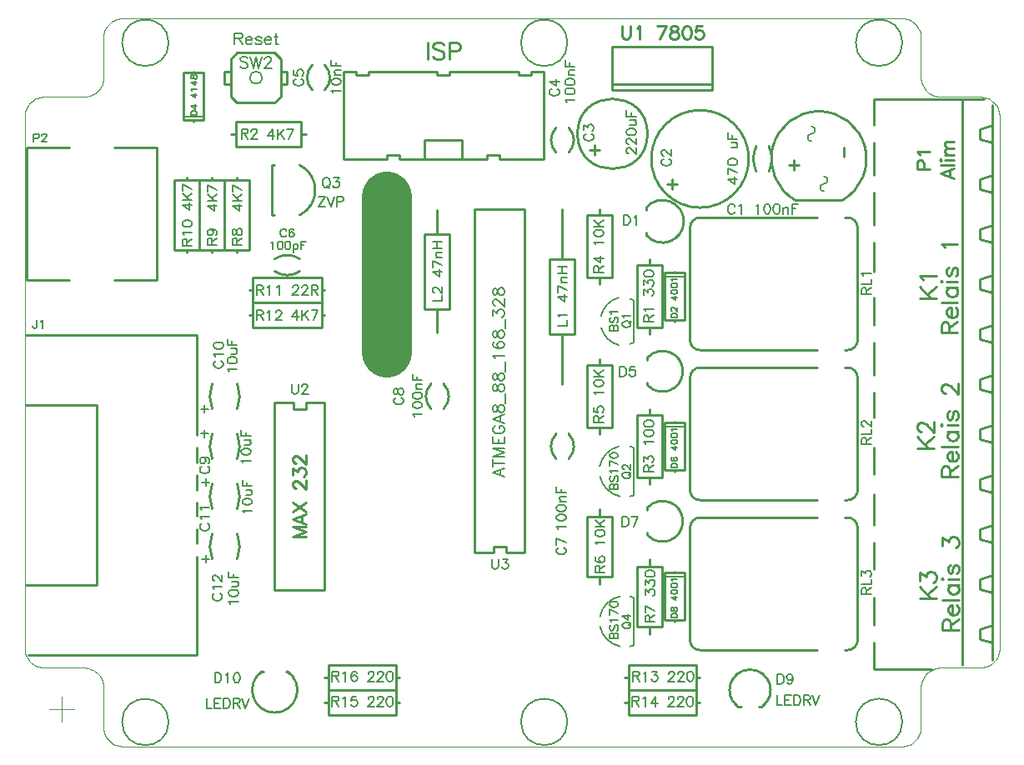
<source format=gto>
G04 CAM350  V5.0 Date:  Mon Dec 19 11:08:04 2011 *
G04 Database: g:\clients\patrick brunet\mini-optimiseur\retouche\mini_optimiser_cam350.pcb *
G04 Layer 10: OptiVi.gtl *
%FSLAX24Y24*%
%MOIN*%
%SFA1.000B1.000*%

%MIA0B0*%
%IPPOS*%
%ADD12C,0.00500*%
%ADD13C,0.00200*%
%ADD41C,0.01000*%
%ADD42C,0.00700*%
%ADD44C,0.20000*%
%LNOptiVi.gtl*%
%SRX1Y1I0J0*%
G54D12*
%LPD*%
G54D41*
X9000Y18250D02*
G01X9125D01*
Y18750*
X11875*
Y17750*
X9125*
Y18250*
X11875D02*
G01X12000D01*
X9000Y17250D02*
G01X9125D01*
Y17750*
X11875D02*
G01Y16750D01*
X9125*
Y17250*
X11875D02*
G01X12000D01*
G54D42*
G01X9275Y18444D02*
Y18050D01*
Y18444D02*
X9444D01*
X9500Y18425D01*
X9519Y18406D01*
X9538Y18369D01*
Y18331D01*
X9519Y18294D01*
X9500Y18275D01*
X9444Y18256D01*
X9275D01*
X9406D02*
X9538Y18050D01*
X9706Y18369D02*
X9744Y18387D01*
X9800Y18444D01*
Y18050D01*
X10081Y18369D02*
X10119Y18387D01*
X10175Y18444D01*
Y18050D01*
X10719Y18350D02*
Y18369D01*
X10737Y18406D01*
X10756Y18425D01*
X10794Y18444D01*
X10869D01*
X10906Y18425D01*
X10925Y18406D01*
X10944Y18369D01*
Y18331D01*
X10925Y18294D01*
X10887Y18237D01*
X10700Y18050D01*
X10962D01*
X11094Y18350D02*
Y18369D01*
X11112Y18406D01*
X11131Y18425D01*
X11169Y18444D01*
X11244D01*
X11281Y18425D01*
X11300Y18406D01*
X11319Y18369D01*
Y18331D01*
X11300Y18294D01*
X11262Y18237D01*
X11075Y18050D01*
X11337D01*
X11469Y18444D02*
Y18050D01*
Y18444D02*
X11637D01*
X11694Y18425D01*
X11712Y18406D01*
X11731Y18369D01*
Y18331D01*
X11712Y18294D01*
X11694Y18275D01*
X11637Y18256D01*
X11469D01*
X11600D02*
X11731Y18050D01*
G01X9275Y17444D02*
Y17050D01*
Y17444D02*
X9444D01*
X9500Y17425D01*
X9519Y17406D01*
X9538Y17369D01*
Y17331D01*
X9519Y17294D01*
X9500Y17275D01*
X9444Y17256D01*
X9275D01*
X9406D02*
X9538Y17050D01*
X9706Y17369D02*
X9744Y17387D01*
X9800Y17444D01*
Y17050D01*
X10044Y17350D02*
Y17369D01*
X10062Y17406D01*
X10081Y17425D01*
X10119Y17444D01*
X10194D01*
X10231Y17425D01*
X10250Y17406D01*
X10269Y17369D01*
Y17331D01*
X10250Y17294D01*
X10212Y17237D01*
X10025Y17050D01*
X10287D01*
X10887Y17444D02*
X10700Y17181D01*
X10981D01*
X10887Y17444D02*
Y17050D01*
X11094Y17444D02*
Y17050D01*
X11356Y17444D02*
X11094Y17181D01*
X11187Y17275D02*
X11356Y17050D01*
X11731Y17444D02*
X11544Y17050D01*
X11469Y17444D02*
X11731D01*
G01X363Y24503D02*
Y24175D01*
Y24503D02*
X503D01*
X550Y24487D01*
X566Y24472D01*
X581Y24441D01*
Y24394D01*
X566Y24362D01*
X550Y24347D01*
X503Y24331D01*
X363D01*
X691Y24425D02*
Y24441D01*
X706Y24472D01*
X722Y24487D01*
X753Y24503D01*
X816D01*
X847Y24487D01*
X862Y24472D01*
X878Y24441D01*
Y24409D01*
X862Y24378D01*
X831Y24331D01*
X675Y24175D01*
X894D01*
X5755Y975D02*
G75*
G03X5755Y975I-930D01*
G54D41*
X10000Y6250D02*
G01X12000D01*
Y6250D02*
G01Y13750D01*
X10000Y6250D02*
G01Y13750D01*
Y13750D02*
G01X10750D01*
Y13500*
X11250*
Y13750*
X12000*
G54D42*
G01X10681Y14494D02*
Y14213D01*
X10700Y14156D01*
X10738Y14119D01*
X10794Y14100D01*
X10831D01*
X10888Y14119D01*
X10925Y14156D01*
X10944Y14213D01*
Y14494D01*
X11094Y14400D02*
Y14419D01*
X11113Y14456D01*
X11131Y14475D01*
X11169Y14494D01*
X11244D01*
X11281Y14475D01*
X11300Y14456D01*
X11319Y14419D01*
Y14381D01*
X11300Y14344D01*
X11263Y14287D01*
X11075Y14100D01*
X11338D01*
G54D41*
X9500Y3000D02*
G03X10500Y3000I500J-750D01*
X12000Y2750D02*
G01X12150D01*
Y3250*
X14850*
Y2250*
X12150*
Y2750*
Y2250D02*
G01Y1250D01*
X14850*
Y2250*
Y2750D02*
G01X15000D01*
X14850Y1750D02*
G01X15000D01*
X12150D02*
G01X12000D01*
G54D42*
G01X12291Y2994D02*
Y2600D01*
Y2994D02*
X12459D01*
X12516Y2975D01*
X12534Y2956D01*
X12553Y2919D01*
Y2881D01*
X12534Y2844D01*
X12516Y2825D01*
X12459Y2806D01*
X12291D01*
X12422D02*
X12553Y2600D01*
X12722Y2919D02*
X12759Y2937D01*
X12816Y2994D01*
Y2600D01*
X13284Y2937D02*
X13266Y2975D01*
X13209Y2994D01*
X13172D01*
X13116Y2975D01*
X13078Y2919D01*
X13059Y2825D01*
Y2731D01*
X13078Y2656D01*
X13116Y2619D01*
X13172Y2600D01*
X13191D01*
X13247Y2619D01*
X13284Y2656D01*
X13303Y2713D01*
Y2731D01*
X13284Y2787D01*
X13247Y2825D01*
X13191Y2844D01*
X13172D01*
X13116Y2825D01*
X13078Y2787D01*
X13059Y2731D01*
X13734Y2900D02*
Y2919D01*
X13753Y2956D01*
X13772Y2975D01*
X13809Y2994D01*
X13884D01*
X13922Y2975D01*
X13941Y2956D01*
X13959Y2919D01*
Y2881D01*
X13941Y2844D01*
X13903Y2787D01*
X13716Y2600D01*
X13978D01*
X14109Y2900D02*
Y2919D01*
X14128Y2956D01*
X14147Y2975D01*
X14184Y2994D01*
X14259D01*
X14297Y2975D01*
X14316Y2956D01*
X14334Y2919D01*
Y2881D01*
X14316Y2844D01*
X14278Y2787D01*
X14091Y2600D01*
X14353D01*
X14578Y2994D02*
X14522Y2975D01*
X14484Y2919D01*
X14466Y2825D01*
Y2769D01*
X14484Y2675D01*
X14522Y2619D01*
X14578Y2600D01*
X14616D01*
X14672Y2619D01*
X14709Y2675D01*
X14728Y2769D01*
Y2825D01*
X14709Y2919D01*
X14672Y2975D01*
X14616Y2994D01*
X14578D01*
G01X12291Y1994D02*
Y1600D01*
Y1994D02*
X12459D01*
X12516Y1975D01*
X12534Y1956D01*
X12553Y1919D01*
Y1881D01*
X12534Y1844D01*
X12516Y1825D01*
X12459Y1806D01*
X12291D01*
X12422D02*
X12553Y1600D01*
X12722Y1919D02*
X12759Y1937D01*
X12816Y1994D01*
Y1600D01*
X13266Y1994D02*
X13078D01*
X13059Y1825D01*
X13078Y1844D01*
X13134Y1862D01*
X13191D01*
X13247Y1844D01*
X13284Y1806D01*
X13303Y1750D01*
Y1713D01*
X13284Y1656D01*
X13247Y1619D01*
X13191Y1600D01*
X13134D01*
X13078Y1619D01*
X13059Y1638D01*
X13041Y1675D01*
X13734Y1900D02*
Y1919D01*
X13753Y1956D01*
X13772Y1975D01*
X13809Y1994D01*
X13884D01*
X13922Y1975D01*
X13941Y1956D01*
X13959Y1919D01*
Y1881D01*
X13941Y1844D01*
X13903Y1787D01*
X13716Y1600D01*
X13978D01*
X14109Y1900D02*
Y1919D01*
X14128Y1956D01*
X14147Y1975D01*
X14184Y1994D01*
X14259D01*
X14297Y1975D01*
X14316Y1956D01*
X14334Y1919D01*
Y1881D01*
X14316Y1844D01*
X14278Y1787D01*
X14091Y1600D01*
X14353D01*
X14578Y1994D02*
X14522Y1975D01*
X14484Y1919D01*
X14466Y1825D01*
Y1769D01*
X14484Y1675D01*
X14522Y1619D01*
X14578Y1600D01*
X14616D01*
X14672Y1619D01*
X14709Y1675D01*
X14728Y1769D01*
Y1825D01*
X14709Y1919D01*
X14672Y1975D01*
X14616Y1994D01*
X14578D01*
G54D41*
X24000Y2750D02*
G01X24150D01*
Y3250*
X26850*
Y2250*
X24150*
Y2750*
X24000Y1750D02*
G01X24150D01*
Y2250*
X26850D02*
G01Y1250D01*
X24150*
Y1750*
X26850D02*
G01X27000D01*
X26850Y2750D02*
G01X27000D01*
G54D42*
G01X24305Y2994D02*
Y2600D01*
Y2994D02*
X24474D01*
X24530Y2975D01*
X24549Y2956D01*
X24568Y2919D01*
Y2881D01*
X24549Y2844D01*
X24530Y2825D01*
X24474Y2806D01*
X24305D01*
X24436D02*
X24568Y2600D01*
X24736Y2919D02*
X24774Y2937D01*
X24830Y2994D01*
Y2600D01*
X25093Y2994D02*
X25299D01*
X25186Y2844D01*
X25243D01*
X25280Y2825D01*
X25299Y2806D01*
X25318Y2750D01*
Y2713D01*
X25299Y2656D01*
X25261Y2619D01*
X25205Y2600D01*
X25149D01*
X25093Y2619D01*
X25074Y2638D01*
X25055Y2675D01*
X25749Y2900D02*
Y2919D01*
X25768Y2956D01*
X25786Y2975D01*
X25824Y2994D01*
X25899D01*
X25936Y2975D01*
X25955Y2956D01*
X25974Y2919D01*
Y2881D01*
X25955Y2844D01*
X25918Y2787D01*
X25730Y2600D01*
X25993D01*
X26124Y2900D02*
Y2919D01*
X26143Y2956D01*
X26161Y2975D01*
X26199Y2994D01*
X26274D01*
X26311Y2975D01*
X26330Y2956D01*
X26349Y2919D01*
Y2881D01*
X26330Y2844D01*
X26293Y2787D01*
X26105Y2600D01*
X26368D01*
X26593Y2994D02*
X26536Y2975D01*
X26499Y2919D01*
X26480Y2825D01*
Y2769D01*
X26499Y2675D01*
X26536Y2619D01*
X26593Y2600D01*
X26630D01*
X26686Y2619D01*
X26724Y2675D01*
X26743Y2769D01*
Y2825D01*
X26724Y2919D01*
X26686Y2975D01*
X26630Y2994D01*
X26593D01*
G01X24291Y1994D02*
Y1600D01*
Y1994D02*
X24459D01*
X24516Y1975D01*
X24534Y1956D01*
X24553Y1919D01*
Y1881D01*
X24534Y1844D01*
X24516Y1825D01*
X24459Y1806D01*
X24291D01*
X24422D02*
X24553Y1600D01*
X24722Y1919D02*
X24759Y1937D01*
X24816Y1994D01*
Y1600D01*
X25228Y1994D02*
X25041Y1731D01*
X25322D01*
X25228Y1994D02*
Y1600D01*
X25734Y1900D02*
Y1919D01*
X25753Y1956D01*
X25772Y1975D01*
X25809Y1994D01*
X25884D01*
X25922Y1975D01*
X25941Y1956D01*
X25959Y1919D01*
Y1881D01*
X25941Y1844D01*
X25903Y1787D01*
X25716Y1600D01*
X25978D01*
X26109Y1900D02*
Y1919D01*
X26128Y1956D01*
X26147Y1975D01*
X26184Y1994D01*
X26259D01*
X26297Y1975D01*
X26316Y1956D01*
X26334Y1919D01*
Y1881D01*
X26316Y1844D01*
X26278Y1787D01*
X26091Y1600D01*
X26353D01*
X26578Y1994D02*
X26522Y1975D01*
X26484Y1919D01*
X26466Y1825D01*
Y1769D01*
X26484Y1675D01*
X26522Y1619D01*
X26578Y1600D01*
X26616D01*
X26672Y1619D01*
X26709Y1675D01*
X26728Y1769D01*
Y1825D01*
X26709Y1919D01*
X26672Y1975D01*
X26616Y1994D01*
X26578D01*
G54D41*
X23000Y6500D02*
G01Y6800D01*
X22500*
Y9200*
X23500*
Y6800*
X23000*
Y9200D02*
G01Y9500D01*
G54D42*
G01X22806Y6969D02*
X23200D01*
X22806D02*
Y7138D01*
X22825Y7194D01*
X22844Y7213D01*
X22881Y7231D01*
X22919D01*
X22956Y7213D01*
X22975Y7194D01*
X22994Y7138D01*
Y6969D01*
Y7100D02*
X23200Y7231D01*
X22863Y7588D02*
X22825Y7569D01*
X22806Y7513D01*
Y7475D01*
X22825Y7419D01*
X22881Y7381D01*
X22975Y7363D01*
X23069D01*
X23144Y7381D01*
X23181Y7419D01*
X23200Y7475D01*
Y7494D01*
X23181Y7550D01*
X23144Y7588D01*
X23087Y7606D01*
X23069D01*
X23013Y7588D01*
X22975Y7550D01*
X22956Y7494D01*
Y7475D01*
X22975Y7419D01*
X23013Y7381D01*
X23069Y7363D01*
X22881Y8075D02*
X22863Y8113D01*
X22806Y8169D01*
X23200D01*
X22806Y8506D02*
X22825Y8450D01*
X22881Y8413D01*
X22975Y8394D01*
X23031D01*
X23125Y8413D01*
X23181Y8450D01*
X23200Y8506D01*
Y8544D01*
X23181Y8600D01*
X23125Y8638D01*
X23031Y8656D01*
X22975D01*
X22881Y8638D01*
X22825Y8600D01*
X22806Y8544D01*
Y8506D01*
Y8788D02*
X23200Y8787D01*
X22806Y9050D02*
X23069Y8788D01*
X22975Y8881D02*
X23200Y9050D01*
G54D41*
X25000Y4500D02*
G01Y4800D01*
X24500*
Y7200*
X25500*
Y4800*
X25000*
Y7200D02*
G01Y7500D01*
G54D42*
G01X24806Y4978D02*
X25200D01*
X24806D02*
Y5147D01*
X24825Y5203D01*
X24844Y5222D01*
X24881Y5241D01*
X24919D01*
X24956Y5222D01*
X24975Y5203D01*
X24994Y5147D01*
Y4978D01*
Y5109D02*
X25200Y5241D01*
X24806Y5616D02*
X25200Y5428D01*
X24806Y5353D02*
Y5616D01*
Y6066D02*
Y6272D01*
X24956Y6159D01*
Y6216D01*
X24975Y6253D01*
X24994Y6272D01*
X25050Y6291D01*
X25087D01*
X25144Y6272D01*
X25181Y6234D01*
X25200Y6178D01*
Y6122D01*
X25181Y6066D01*
X25162Y6047D01*
X25125Y6028D01*
X24806Y6441D02*
Y6647D01*
X24956Y6534D01*
Y6591D01*
X24975Y6628D01*
X24994Y6647D01*
X25050Y6666D01*
X25087D01*
X25144Y6647D01*
X25181Y6609D01*
X25200Y6553D01*
Y6497D01*
X25181Y6441D01*
X25162Y6422D01*
X25125Y6403D01*
X24806Y6891D02*
X24825Y6834D01*
X24881Y6797D01*
X24975Y6778D01*
X25031D01*
X25125Y6797D01*
X25181Y6834D01*
X25200Y6891D01*
Y6928D01*
X25181Y6984D01*
X25125Y7022D01*
X25031Y7041D01*
X24975D01*
X24881Y7022D01*
X24825Y6984D01*
X24806Y6928D01*
Y6891D01*
G54D41*
X26000Y5050D02*
G01X25600D01*
X26000D02*
G01X26400D01*
Y5050D02*
G01Y6950D01*
Y6950D02*
G01X25600D01*
G54D42*
X25500Y6800D02*
G01X26400D01*
G54D12*
G01X25838Y5144D02*
X26100D01*
X25838D02*
Y5231D01*
X25850Y5269D01*
X25875Y5294D01*
X25900Y5306D01*
X25938Y5319D01*
X26000D01*
X26038Y5306D01*
X26063Y5294D01*
X26088Y5269D01*
X26100Y5231D01*
Y5144D01*
X25838Y5456D02*
X25850Y5419D01*
X25875Y5406D01*
X25900D01*
X25925Y5419D01*
X25938Y5444D01*
X25950Y5494D01*
X25963Y5531D01*
X25988Y5556D01*
X26013Y5569D01*
X26050D01*
X26075Y5556D01*
X26088Y5544D01*
X26100Y5506D01*
Y5456D01*
X26088Y5419D01*
X26075Y5406D01*
X26050Y5394D01*
X26013D01*
X25988Y5406D01*
X25963Y5431D01*
X25950Y5469D01*
X25938Y5519D01*
X25925Y5544D01*
X25900Y5556D01*
X25875D01*
X25850Y5544D01*
X25838Y5506D01*
Y5456D01*
Y5969D02*
X26013Y5844D01*
Y6031D01*
X25838Y5969D02*
X26100D01*
X25838Y6169D02*
X25850Y6131D01*
X25888Y6106D01*
X25950Y6094D01*
X25988D01*
X26050Y6106D01*
X26088Y6131D01*
X26100Y6169D01*
Y6194D01*
X26088Y6231D01*
X26050Y6256D01*
X25988Y6269D01*
X25950D01*
X25888Y6256D01*
X25850Y6231D01*
X25838Y6194D01*
Y6169D01*
Y6419D02*
X25850Y6381D01*
X25888Y6356D01*
X25950Y6344D01*
X25988D01*
X26050Y6356D01*
X26088Y6381D01*
X26100Y6419D01*
Y6444D01*
X26088Y6481D01*
X26050Y6506D01*
X25988Y6519D01*
X25950D01*
X25888Y6506D01*
X25850Y6481D01*
X25838Y6444D01*
Y6419D01*
X25888Y6631D02*
X25875Y6656D01*
X25838Y6694D01*
X26100D01*
G54D41*
X26000Y6950D02*
G01Y7000D01*
Y5050D02*
G01Y5000D01*
X18750Y7750D02*
G01X18000D01*
Y21500*
X20000*
Y7750*
X19250*
Y8000*
X18750*
Y7750*
G54D42*
G01X18681Y7494D02*
Y7213D01*
X18700Y7156D01*
X18738Y7119D01*
X18794Y7100D01*
X18831D01*
X18888Y7119D01*
X18925Y7156D01*
X18944Y7213D01*
Y7494D01*
X19113D02*
X19319D01*
X19206Y7344D01*
X19263D01*
X19300Y7325D01*
X19319Y7306D01*
X19338Y7250D01*
Y7213D01*
X19319Y7156D01*
X19281Y7119D01*
X19225Y7100D01*
X19169D01*
X19113Y7119D01*
X19094Y7138D01*
X19075Y7175D01*
G01X18716Y10953D02*
X19175Y10778D01*
X18716Y10953D02*
X19175Y11128D01*
X19022Y10843D02*
Y11062D01*
X18716Y11325D02*
X19175D01*
X18716Y11172D02*
Y11478D01*
Y11587D02*
X19175D01*
X18716D02*
X19175Y11762D01*
X18716Y11937D02*
X19175Y11762D01*
X18716Y11937D02*
X19175D01*
X18716Y12112D02*
X19175D01*
X18716D02*
Y12397D01*
X18934Y12112D02*
Y12287D01*
X19175Y12112D02*
Y12397D01*
X18825Y12834D02*
X18781Y12812D01*
X18738Y12768D01*
X18716Y12725D01*
Y12637D01*
X18738Y12593D01*
X18781Y12550D01*
X18825Y12528D01*
X18891Y12506D01*
X19000D01*
X19066Y12528D01*
X19109Y12550D01*
X19153Y12593D01*
X19175Y12637D01*
Y12725D01*
X19153Y12768D01*
X19109Y12812D01*
X19066Y12834D01*
X19000D01*
Y12725D02*
Y12834D01*
X18716Y13097D02*
X19175Y12921D01*
X18716Y13097D02*
X19175Y13272D01*
X19022Y12987D02*
Y13206D01*
X18716Y13468D02*
X18738Y13403D01*
X18781Y13381D01*
X18825D01*
X18869Y13403D01*
X18891Y13446D01*
X18913Y13534D01*
X18934Y13600D01*
X18978Y13643D01*
X19022Y13665D01*
X19087D01*
X19131Y13643D01*
X19153Y13621D01*
X19175Y13556D01*
Y13468D01*
X19153Y13403D01*
X19131Y13381D01*
X19087Y13359D01*
X19022D01*
X18978Y13381D01*
X18934Y13425D01*
X18913Y13490D01*
X18891Y13578D01*
X18869Y13621D01*
X18825Y13643D01*
X18781D01*
X18738Y13621D01*
X18716Y13556D01*
Y13468D01*
X19219Y13731D02*
Y14125D01*
X18716Y14300D02*
X18738Y14234D01*
X18781Y14212D01*
X18825D01*
X18869Y14234D01*
X18891Y14278D01*
X18913Y14365D01*
X18934Y14431D01*
X18978Y14475D01*
X19022Y14496D01*
X19087D01*
X19131Y14475D01*
X19153Y14453D01*
X19175Y14387D01*
Y14300D01*
X19153Y14234D01*
X19131Y14212D01*
X19087Y14190D01*
X19022D01*
X18978Y14212D01*
X18934Y14256D01*
X18913Y14321D01*
X18891Y14409D01*
X18869Y14453D01*
X18825Y14475D01*
X18781D01*
X18738Y14453D01*
X18716Y14387D01*
Y14300D01*
Y14737D02*
X18738Y14671D01*
X18781Y14650D01*
X18825D01*
X18869Y14671D01*
X18891Y14715D01*
X18913Y14803D01*
X18934Y14868D01*
X18978Y14912D01*
X19022Y14934D01*
X19087D01*
X19131Y14912D01*
X19153Y14890D01*
X19175Y14825D01*
Y14737D01*
X19153Y14671D01*
X19131Y14650D01*
X19087Y14628D01*
X19022D01*
X18978Y14650D01*
X18934Y14693D01*
X18913Y14759D01*
X18891Y14846D01*
X18869Y14890D01*
X18825Y14912D01*
X18781D01*
X18738Y14890D01*
X18716Y14825D01*
Y14737D01*
X19219Y15000D02*
Y15393D01*
X18803Y15525D02*
X18781Y15568D01*
X18716Y15634D01*
X19175D01*
X18781Y16181D02*
X18738Y16159D01*
X18716Y16093D01*
Y16050D01*
X18738Y15984D01*
X18803Y15940D01*
X18913Y15918D01*
X19022D01*
X19109Y15940D01*
X19153Y15984D01*
X19175Y16050D01*
Y16071D01*
X19153Y16137D01*
X19109Y16181D01*
X19044Y16203D01*
X19022D01*
X18956Y16181D01*
X18913Y16137D01*
X18891Y16071D01*
Y16050D01*
X18913Y15984D01*
X18956Y15940D01*
X19022Y15918D01*
X18716Y16443D02*
X18738Y16378D01*
X18781Y16356D01*
X18825D01*
X18869Y16378D01*
X18891Y16421D01*
X18913Y16509D01*
X18934Y16575D01*
X18978Y16618D01*
X19022Y16640D01*
X19087D01*
X19131Y16618D01*
X19153Y16596D01*
X19175Y16531D01*
Y16443D01*
X19153Y16378D01*
X19131Y16356D01*
X19087Y16334D01*
X19022D01*
X18978Y16356D01*
X18934Y16400D01*
X18913Y16465D01*
X18891Y16553D01*
X18869Y16596D01*
X18825Y16618D01*
X18781D01*
X18738Y16596D01*
X18716Y16531D01*
Y16443D01*
X19219Y16706D02*
Y17100D01*
X18716Y17209D02*
Y17450D01*
X18891Y17318D01*
Y17384D01*
X18913Y17428D01*
X18934Y17450D01*
X19000Y17471D01*
X19044D01*
X19109Y17450D01*
X19153Y17406D01*
X19175Y17340D01*
Y17275D01*
X19153Y17209D01*
X19131Y17187D01*
X19087Y17165D01*
X18825Y17625D02*
X18803D01*
X18759Y17646D01*
X18738Y17668D01*
X18716Y17712D01*
Y17800D01*
X18738Y17843D01*
X18759Y17865D01*
X18803Y17887D01*
X18847D01*
X18891Y17865D01*
X18956Y17821D01*
X19175Y17603D01*
Y17909D01*
X18716Y18150D02*
X18738Y18084D01*
X18781Y18062D01*
X18825D01*
X18869Y18084D01*
X18891Y18128D01*
X18913Y18215D01*
X18934Y18281D01*
X18978Y18325D01*
X19022Y18346D01*
X19087D01*
X19131Y18325D01*
X19153Y18303D01*
X19175Y18237D01*
Y18150D01*
X19153Y18084D01*
X19131Y18062D01*
X19087Y18040D01*
X19022D01*
X18978Y18062D01*
X18934Y18106D01*
X18913Y18171D01*
X18891Y18259D01*
X18869Y18303D01*
X18825Y18325D01*
X18781D01*
X18738Y18303D01*
X18716Y18237D01*
Y18150D01*
G54D41*
X16500Y16550D02*
G01Y17500D01*
X16000*
Y20500*
X17000*
Y17500*
X16500*
Y20500D02*
G01Y21450D01*
G54D42*
G01X16306Y17819D02*
X16700D01*
Y17819D02*
Y18044D01*
X16400Y18138D02*
X16381D01*
X16344Y18156D01*
X16325Y18175D01*
X16306Y18213D01*
Y18288D01*
X16325Y18325D01*
X16344Y18344D01*
X16381Y18363D01*
X16419D01*
X16456Y18344D01*
X16513Y18306D01*
X16700Y18119D01*
Y18381D01*
X16306Y18981D02*
X16569Y18794D01*
Y19075D01*
X16306Y18981D02*
X16700D01*
X16306Y19431D02*
X16700Y19244D01*
X16306Y19169D02*
Y19431D01*
X16438Y19563D02*
X16700Y19562D01*
X16513Y19563D02*
X16456Y19619D01*
X16438Y19656D01*
Y19713D01*
X16456Y19750D01*
X16513Y19769D01*
X16700D01*
X16306Y19919D02*
X16700D01*
X16306Y20181D02*
X16700D01*
X16494Y19919D02*
Y20181D01*
G54D41*
X21500Y16500D02*
G01X21000D01*
Y19500*
X22000*
Y16500*
X21500*
Y16500D02*
G01Y14500D01*
Y19500D02*
G01Y21500D01*
G54D42*
G01X21306Y16819D02*
X21700D01*
Y16819D02*
Y17044D01*
X21381Y17175D02*
X21363Y17213D01*
X21306Y17269D01*
X21700D01*
X21306Y17981D02*
X21569Y17794D01*
Y18075D01*
X21306Y17981D02*
X21700D01*
X21306Y18431D02*
X21700Y18244D01*
X21306Y18169D02*
Y18431D01*
X21438Y18563D02*
X21700Y18562D01*
X21513Y18563D02*
X21456Y18619D01*
X21438Y18656D01*
Y18713D01*
X21456Y18750D01*
X21513Y18769D01*
X21700D01*
X21306Y18919D02*
X21700D01*
X21306Y19181D02*
X21700D01*
X21494Y18919D02*
Y19181D01*
G54D41*
X6500Y19750D02*
G01Y19850D01*
X6000*
Y22600*
Y22650*
X7000*
Y19850*
X6500*
Y22650D02*
G01Y22750D01*
X7000Y22650D02*
G01X8000D01*
Y19850*
X7000*
X7500D02*
G01Y19750D01*
Y22650D02*
G01Y22750D01*
X8000Y22650D02*
G01X9000D01*
Y19850*
X8000*
X8500D02*
G01Y19750D01*
Y22650D02*
G01Y22750D01*
G54D42*
G01X6306Y20031D02*
X6700D01*
X6306D02*
Y20200D01*
X6325Y20256D01*
X6344Y20275D01*
X6381Y20294D01*
X6419D01*
X6456Y20275D01*
X6475Y20256D01*
X6494Y20200D01*
Y20031D01*
Y20163D02*
X6700Y20294D01*
X6381Y20463D02*
X6363Y20500D01*
X6306Y20556D01*
X6700D01*
X6306Y20894D02*
X6325Y20838D01*
X6381Y20800D01*
X6475Y20781D01*
X6531D01*
X6625Y20800D01*
X6681Y20838D01*
X6700Y20894D01*
Y20931D01*
X6681Y20988D01*
X6625Y21025D01*
X6531Y21044D01*
X6475D01*
X6381Y21025D01*
X6325Y20988D01*
X6306Y20931D01*
Y20894D01*
Y21644D02*
X6569Y21456D01*
Y21738D01*
X6306Y21644D02*
X6700D01*
X6306Y21850D02*
X6700D01*
X6306Y22113D02*
X6569Y21850D01*
X6475Y21944D02*
X6700Y22113D01*
X6306Y22487D02*
X6700Y22300D01*
X6306Y22225D02*
Y22487D01*
G01X7306Y20069D02*
X7700D01*
X7306D02*
Y20238D01*
X7325Y20294D01*
X7344Y20313D01*
X7381Y20331D01*
X7419D01*
X7456Y20313D01*
X7475Y20294D01*
X7494Y20238D01*
Y20069D01*
Y20200D02*
X7700Y20331D01*
X7438Y20688D02*
X7494Y20669D01*
X7531Y20631D01*
X7550Y20575D01*
Y20556D01*
X7531Y20500D01*
X7494Y20463D01*
X7438Y20444D01*
X7419D01*
X7363Y20463D01*
X7325Y20500D01*
X7306Y20556D01*
Y20575D01*
X7325Y20631D01*
X7363Y20669D01*
X7438Y20688D01*
X7531D01*
X7625Y20669D01*
X7681Y20631D01*
X7700Y20575D01*
Y20538D01*
X7681Y20481D01*
X7644Y20462D01*
X7306Y21606D02*
X7569Y21419D01*
Y21700D01*
X7306Y21606D02*
X7700D01*
X7306Y21813D02*
X7700Y21812D01*
X7306Y22075D02*
X7569Y21813D01*
X7475Y21906D02*
X7700Y22075D01*
X7306Y22450D02*
X7700Y22262D01*
X7306Y22187D02*
Y22450D01*
G01X8306Y20069D02*
X8700D01*
X8306D02*
Y20238D01*
X8325Y20294D01*
X8344Y20313D01*
X8381Y20331D01*
X8419D01*
X8456Y20313D01*
X8475Y20294D01*
X8494Y20238D01*
Y20069D01*
Y20200D02*
X8700Y20331D01*
X8306Y20538D02*
X8325Y20481D01*
X8363Y20463D01*
X8400D01*
X8438Y20481D01*
X8456Y20519D01*
X8475Y20594D01*
X8494Y20650D01*
X8531Y20688D01*
X8569Y20706D01*
X8625D01*
X8662Y20688D01*
X8681Y20669D01*
X8700Y20613D01*
Y20538D01*
X8681Y20481D01*
X8662Y20462D01*
X8625Y20444D01*
X8569D01*
X8531Y20463D01*
X8494Y20500D01*
X8475Y20556D01*
X8456Y20631D01*
X8438Y20669D01*
X8400Y20688D01*
X8363D01*
X8325Y20669D01*
X8306Y20613D01*
Y20538D01*
Y21606D02*
X8569Y21419D01*
Y21700D01*
X8306Y21606D02*
X8700D01*
X8306Y21813D02*
X8700Y21812D01*
X8306Y22075D02*
X8569Y21813D01*
X8475Y21906D02*
X8700Y22075D01*
X8306Y22450D02*
X8700Y22262D01*
X8306Y22187D02*
Y22450D01*
G54D41*
X8250Y24500D02*
G01X8450D01*
Y25000*
X11050*
Y24000*
X8450*
Y24500*
G54D42*
G01X8669Y24694D02*
Y24300D01*
Y24694D02*
X8838D01*
X8894Y24675D01*
X8913Y24656D01*
X8931Y24619D01*
Y24581D01*
X8913Y24544D01*
X8894Y24525D01*
X8838Y24506D01*
X8669D01*
X8800D02*
X8931Y24300D01*
X9063Y24600D02*
Y24619D01*
X9081Y24656D01*
X9100Y24675D01*
X9138Y24694D01*
X9213D01*
X9250Y24675D01*
X9269Y24656D01*
X9288Y24619D01*
Y24581D01*
X9269Y24544D01*
X9231Y24487D01*
X9044Y24300D01*
X9306D01*
X9906Y24694D02*
X9719Y24431D01*
X10000D01*
X9906Y24694D02*
Y24300D01*
X10113Y24694D02*
Y24300D01*
X10375Y24694D02*
X10113Y24431D01*
X10206Y24525D02*
X10375Y24300D01*
X10750Y24694D02*
X10562Y24300D01*
X10487Y24694D02*
X10750D01*
G54D41*
X11050Y24500D02*
G01X11250D01*
X9500Y3000D02*
G01X9550D01*
X10500D02*
G01X10450D01*
G54D42*
G01X7603Y2944D02*
Y2550D01*
Y2944D02*
X7734D01*
X7791Y2925D01*
X7828Y2887D01*
X7847Y2850D01*
X7866Y2794D01*
Y2700D01*
X7847Y2644D01*
X7828Y2606D01*
X7791Y2569D01*
X7734Y2550D01*
X7603D01*
X8034Y2869D02*
X8072Y2887D01*
X8128Y2944D01*
Y2550D01*
X8466Y2944D02*
X8409Y2925D01*
X8372Y2869D01*
X8353Y2775D01*
Y2719D01*
X8372Y2625D01*
X8409Y2569D01*
X8466Y2550D01*
X8503D01*
X8559Y2569D01*
X8597Y2625D01*
X8616Y2719D01*
Y2775D01*
X8597Y2869D01*
X8559Y2925D01*
X8503Y2944D01*
X8466D01*
G01X7275Y1923D02*
Y1529D01*
Y1529D02*
X7500D01*
X7594Y1923D02*
Y1529D01*
Y1923D02*
X7838D01*
X7594Y1736D02*
X7744D01*
X7594Y1529D02*
X7838D01*
X7950Y1923D02*
Y1529D01*
Y1923D02*
X8081D01*
X8138Y1904D01*
X8175Y1867D01*
X8194Y1829D01*
X8213Y1773D01*
Y1679D01*
X8194Y1623D01*
X8175Y1586D01*
X8138Y1548D01*
X8081Y1529D01*
X7950D01*
X8344Y1923D02*
Y1529D01*
Y1923D02*
X8512D01*
X8569Y1904D01*
X8587Y1886D01*
X8606Y1848D01*
Y1811D01*
X8587Y1773D01*
X8569Y1754D01*
X8512Y1736D01*
X8344D01*
X8475D02*
X8606Y1529D01*
X8681Y1923D02*
X8831Y1529D01*
X8981Y1923D02*
X8831Y1529D01*
G54D41*
X6750Y25000D02*
G01Y25050D01*
X6350*
Y26950*
X7150*
Y25050*
X6750*
Y26950D02*
G01Y27000D01*
G54D42*
X6350Y25200D02*
G01X7150D01*
G54D12*
G01X6638Y25244D02*
X6900D01*
X6638D02*
Y25331D01*
X6650Y25369D01*
X6675Y25394D01*
X6700Y25406D01*
X6738Y25419D01*
X6800D01*
X6838Y25406D01*
X6863Y25394D01*
X6888Y25369D01*
X6900Y25331D01*
Y25244D01*
X6638Y25619D02*
X6813Y25494D01*
Y25681D01*
X6638Y25619D02*
X6900D01*
X6638Y26069D02*
X6813Y25944D01*
Y26131D01*
X6638Y26069D02*
X6900D01*
X6688Y26231D02*
X6675Y26256D01*
X6638Y26294D01*
X6900D01*
X6638Y26569D02*
X6813Y26444D01*
Y26631D01*
X6638Y26569D02*
X6900D01*
X6638Y26756D02*
X6650Y26719D01*
X6675Y26706D01*
X6700D01*
X6725Y26719D01*
X6738Y26744D01*
X6750Y26794D01*
X6763Y26831D01*
X6788Y26856D01*
X6813Y26869D01*
X6850D01*
X6875Y26856D01*
X6888Y26844D01*
X6900Y26806D01*
Y26756D01*
X6888Y26719D01*
X6875Y26706D01*
X6850Y26694D01*
X6813D01*
X6788Y26706D01*
X6763Y26731D01*
X6750Y26769D01*
X6738Y26819D01*
X6725Y26844D01*
X6700Y26856D01*
X6675D01*
X6650Y26844D01*
X6638Y26806D01*
Y26756D01*
G54D41*
X8500Y27750D02*
G01X8250Y27500D01*
Y26000*
X8500Y25750*
X10000*
X10250Y26000*
Y27500*
X10000Y27750*
X8500*
X8250Y27000D02*
G01X8000D01*
Y26500*
X8250*
X10250Y27000D02*
G01X10500D01*
Y26500*
X10250*
G54D42*
G01X8922Y27519D02*
X8878Y27562D01*
X8813Y27584D01*
X8725D01*
X8659Y27562D01*
X8616Y27519D01*
Y27475D01*
X8638Y27431D01*
X8659Y27409D01*
X8703Y27387D01*
X8834Y27344D01*
X8878Y27322D01*
X8900Y27300D01*
X8922Y27256D01*
Y27191D01*
X8878Y27147D01*
X8813Y27125D01*
X8725D01*
X8659Y27147D01*
X8616Y27191D01*
X9031Y27584D02*
X9141Y27125D01*
X9250Y27584D02*
X9141Y27125D01*
X9250Y27584D02*
X9359Y27125D01*
X9469Y27584D02*
X9359Y27125D01*
X9600Y27475D02*
Y27497D01*
X9622Y27541D01*
X9644Y27562D01*
X9688Y27584D01*
X9775D01*
X9819Y27562D01*
X9841Y27541D01*
X9863Y27497D01*
Y27453D01*
X9841Y27409D01*
X9797Y27344D01*
X9578Y27125D01*
X9884D01*
G01X8397Y28534D02*
Y28075D01*
Y28534D02*
X8594D01*
X8659Y28512D01*
X8681Y28491D01*
X8703Y28447D01*
Y28403D01*
X8681Y28359D01*
X8659Y28337D01*
X8594Y28316D01*
X8397D01*
X8550D02*
X8703Y28075D01*
X8834Y28250D02*
X9097D01*
Y28294D01*
X9075Y28337D01*
X9053Y28359D01*
X9009Y28381D01*
X8944D01*
X8900Y28359D01*
X8856Y28316D01*
X8834Y28250D01*
Y28206D01*
X8856Y28141D01*
X8900Y28097D01*
X8944Y28075D01*
X9009D01*
X9053Y28097D01*
X9097Y28141D01*
X9469Y28316D02*
X9447Y28359D01*
X9381Y28381D01*
X9316D01*
X9250Y28359D01*
X9228Y28316D01*
X9250Y28272D01*
X9294Y28250D01*
X9403Y28228D01*
X9447Y28206D01*
X9469Y28163D01*
Y28141D01*
X9447Y28097D01*
X9381Y28075D01*
X9316D01*
X9250Y28097D01*
X9228Y28141D01*
X9600Y28250D02*
X9862D01*
Y28294D01*
X9841Y28337D01*
X9819Y28359D01*
X9775Y28381D01*
X9709D01*
X9666Y28359D01*
X9622Y28316D01*
X9600Y28250D01*
Y28206D01*
X9622Y28141D01*
X9666Y28097D01*
X9709Y28075D01*
X9775D01*
X9819Y28097D01*
X9862Y28141D01*
X10037Y28534D02*
Y28163D01*
X10059Y28097D01*
X10103Y28075D01*
X10147D01*
X9972Y28381D02*
X10125D01*
X9500Y26750D02*
G03X9500Y26750I-250D01*
G54D41*
X10000Y19000D02*
G03X11000Y19000I500J750D01*
Y19500D02*
G03X10000Y19500I-500J-750D01*
G54D42*
G01X9836Y20141D02*
X9867Y20156D01*
X9914Y20203D01*
Y19875D01*
X10195Y20203D02*
X10148Y20187D01*
X10117Y20141D01*
X10102Y20062D01*
Y20016D01*
X10117Y19938D01*
X10148Y19891D01*
X10195Y19875D01*
X10227D01*
X10273Y19891D01*
X10305Y19938D01*
X10320Y20016D01*
Y20062D01*
X10305Y20141D01*
X10273Y20187D01*
X10227Y20203D01*
X10195D01*
X10508D02*
X10461Y20187D01*
X10430Y20141D01*
X10414Y20062D01*
Y20016D01*
X10430Y19938D01*
X10461Y19891D01*
X10508Y19875D01*
X10539D01*
X10586Y19891D01*
X10617Y19938D01*
X10633Y20016D01*
Y20062D01*
X10617Y20141D01*
X10586Y20187D01*
X10539Y20203D01*
X10508D01*
X10742Y20094D02*
Y19766D01*
Y20047D02*
X10773Y20078D01*
X10805Y20094D01*
X10852D01*
X10883Y20078D01*
X10914Y20047D01*
X10930Y20000D01*
Y19969D01*
X10914Y19922D01*
X10883Y19891D01*
X10852Y19875D01*
X10805D01*
X10773Y19891D01*
X10742Y19922D01*
X11039Y20203D02*
Y19875D01*
Y20203D02*
X11242D01*
X11039Y20047D02*
X11164D01*
G01X10461Y20625D02*
X10445Y20656D01*
X10414Y20687D01*
X10383Y20703D01*
X10320D01*
X10289Y20687D01*
X10258Y20656D01*
X10242Y20625D01*
X10227Y20578D01*
Y20500D01*
X10242Y20453D01*
X10258Y20422D01*
X10289Y20391D01*
X10320Y20375D01*
X10383D01*
X10414Y20391D01*
X10445Y20422D01*
X10461Y20453D01*
X10758Y20656D02*
X10742Y20687D01*
X10695Y20703D01*
X10664D01*
X10617Y20687D01*
X10586Y20641D01*
X10570Y20562D01*
Y20484D01*
X10586Y20422D01*
X10617Y20391D01*
X10664Y20375D01*
X10680D01*
X10727Y20391D01*
X10758Y20422D01*
X10773Y20469D01*
Y20484D01*
X10758Y20531D01*
X10727Y20562D01*
X10680Y20578D01*
X10664D01*
X10617Y20562D01*
X10586Y20531D01*
X10570Y20484D01*
G54D41*
X11000Y21250D02*
G03X11000Y23250I-500J1000D01*
X10000D02*
G01X9900D01*
Y21250*
X10000*
G54D42*
G01X12025Y22744D02*
X11988Y22725D01*
X11950Y22687D01*
X11931Y22650D01*
X11913Y22594D01*
Y22500D01*
X11931Y22444D01*
X11950Y22406D01*
X11988Y22369D01*
X12025Y22350D01*
X12100D01*
X12138Y22369D01*
X12175Y22406D01*
X12194Y22444D01*
X12213Y22500D01*
Y22594D01*
X12194Y22650D01*
X12175Y22687D01*
X12138Y22725D01*
X12100Y22744D01*
X12025D01*
X12081Y22425D02*
X12194Y22313D01*
X12363Y22744D02*
X12569D01*
X12456Y22594D01*
X12513D01*
X12550Y22575D01*
X12569Y22556D01*
X12588Y22500D01*
Y22463D01*
X12569Y22406D01*
X12531Y22369D01*
X12475Y22350D01*
X12419D01*
X12363Y22369D01*
X12344Y22388D01*
X12325Y22425D01*
G01X12016Y21994D02*
X11753Y21600D01*
Y21994D02*
X12016D01*
X11753Y21600D02*
X12016D01*
X12091Y21994D02*
X12241Y21600D01*
X12391Y21994D02*
X12241Y21600D01*
X12484Y21994D02*
Y21600D01*
Y21994D02*
X12653D01*
X12709Y21975D01*
X12728Y21956D01*
X12747Y21919D01*
Y21862D01*
X12728Y21825D01*
X12709Y21806D01*
X12653Y21787D01*
X12484D01*
G54D41*
X12000Y26250D02*
G03X12000Y27250I-500J500D01*
X11500D02*
G03X11500Y26250I500J-500D01*
G54D42*
G01X10850Y26703D02*
X10813Y26684D01*
X10775Y26647D01*
X10756Y26609D01*
Y26534D01*
X10775Y26497D01*
X10813Y26459D01*
X10850Y26441D01*
X10906Y26422D01*
X11000D01*
X11056Y26441D01*
X11094Y26459D01*
X11131Y26497D01*
X11150Y26534D01*
Y26609D01*
X11131Y26647D01*
X11094Y26684D01*
X11056Y26703D01*
X10756Y27041D02*
Y26853D01*
X10925Y26834D01*
X10906Y26853D01*
X10888Y26909D01*
Y26966D01*
X10906Y27022D01*
X10944Y27059D01*
X11000Y27078D01*
X11037D01*
X11094Y27059D01*
X11131Y27022D01*
X11150Y26966D01*
Y26909D01*
X11131Y26853D01*
X11112Y26834D01*
X11075Y26816D01*
G01X12331Y26141D02*
X12313Y26178D01*
X12256Y26234D01*
X12650D01*
X12256Y26572D02*
X12275Y26516D01*
X12331Y26478D01*
X12425Y26459D01*
X12481D01*
X12575Y26478D01*
X12631Y26516D01*
X12650Y26572D01*
Y26609D01*
X12631Y26666D01*
X12575Y26703D01*
X12481Y26722D01*
X12425D01*
X12331Y26703D01*
X12275Y26666D01*
X12256Y26609D01*
Y26572D01*
X12388Y26853D02*
X12650D01*
X12463D02*
X12406Y26909D01*
X12388Y26947D01*
Y27003D01*
X12406Y27041D01*
X12463Y27059D01*
X12650D01*
X12256Y27209D02*
X12650D01*
X12256D02*
Y27453D01*
X12444Y27209D02*
Y27359D01*
G54D41*
X16000Y23500D02*
G01X17500D01*
G01X16109Y28156D02*
Y27500D01*
X16766Y28062D02*
X16703Y28125D01*
X16609Y28156D01*
X16484D01*
X16391Y28125D01*
X16328Y28062D01*
Y28000D01*
X16359Y27937D01*
X16391Y27906D01*
X16453Y27875D01*
X16641Y27812D01*
X16703Y27781D01*
X16734Y27750D01*
X16766Y27688D01*
Y27594D01*
X16703Y27531D01*
X16609Y27500D01*
X16484D01*
X16391Y27531D01*
X16328Y27594D01*
X16984Y28156D02*
Y27500D01*
Y28156D02*
X17266D01*
X17359Y28125D01*
X17391Y28094D01*
X17422Y28031D01*
Y27937D01*
X17391Y27875D01*
X17359Y27844D01*
X17266Y27812D01*
X16984D01*
X21750Y23750D02*
G03X21750Y24750I-500J500D01*
X21250D02*
G03X21250Y23750I500J-500D01*
X16750Y13500D02*
G03X16750Y14500I-500J500D01*
X16250D02*
G03X16250Y13500I500J-500D01*
X21750Y11500D02*
G03X21750Y12500I-500J500D01*
X21250D02*
G03X21250Y11500I500J-500D01*
X23500Y28000D02*
G01X27500D01*
Y26500*
X23500*
Y28000*
Y26500D02*
G01Y26250D01*
X27500*
Y26500*
G01X23875Y28825D02*
Y28450D01*
X23900Y28375D01*
X23950Y28325D01*
X24025Y28300D01*
X24075D01*
X24150Y28325D01*
X24200Y28375D01*
X24225Y28450D01*
Y28825D01*
X24475Y28725D02*
X24525Y28750D01*
X24600Y28825D01*
Y28300D01*
X25650Y28825D02*
X25400Y28300D01*
X25300Y28825D02*
X25650D01*
X25925D02*
X25850Y28800D01*
X25825Y28750D01*
Y28700D01*
X25850Y28650D01*
X25900Y28625D01*
X26000Y28600D01*
X26075Y28575D01*
X26125Y28525D01*
X26150Y28475D01*
Y28400D01*
X26125Y28350D01*
X26100Y28325D01*
X26025Y28300D01*
X25925D01*
X25850Y28325D01*
X25825Y28350D01*
X25800Y28400D01*
Y28475D01*
X25825Y28525D01*
X25875Y28575D01*
X25950Y28600D01*
X26050Y28625D01*
X26100Y28650D01*
X26125Y28700D01*
Y28750D01*
X26100Y28800D01*
X26025Y28825D01*
X25925D01*
X26450D02*
X26375Y28800D01*
X26325Y28725D01*
X26300Y28600D01*
Y28525D01*
X26325Y28400D01*
X26375Y28325D01*
X26450Y28300D01*
X26500D01*
X26575Y28325D01*
X26625Y28400D01*
X26650Y28525D01*
Y28600D01*
X26625Y28725D01*
X26575Y28800D01*
X26500Y28825D01*
X26450D01*
X27100D02*
X26850D01*
X26825Y28600D01*
X26850Y28625D01*
X26925Y28650D01*
X27000D01*
X27075Y28625D01*
X27125Y28575D01*
X27150Y28500D01*
Y28450D01*
X27125Y28375D01*
X27075Y28325D01*
X27000Y28300D01*
X26925D01*
X26850Y28325D01*
X26825Y28350D01*
X26800Y28400D01*
G01X10725Y8375D02*
X11250D01*
X10725D02*
X11250Y8575D01*
X10725Y8775D02*
X11250Y8575D01*
X10725Y8775D02*
X11250D01*
X10725Y9100D02*
X11250Y8900D01*
X10725Y9100D02*
X11250Y9300D01*
X11075Y8975D02*
Y9225D01*
X10725Y9400D02*
X11250Y9750D01*
X10725D02*
X11250Y9400D01*
X10850Y10325D02*
X10825D01*
X10775Y10350D01*
X10750Y10375D01*
X10725Y10425D01*
Y10525D01*
X10750Y10575D01*
X10775Y10600D01*
X10825Y10625D01*
X10875D01*
X10925Y10600D01*
X11000Y10550D01*
X11250Y10300D01*
Y10650D01*
X10725Y10850D02*
Y11125D01*
X10925Y10975D01*
Y11050D01*
X10950Y11100D01*
X10975Y11125D01*
X11050Y11150D01*
X11100D01*
X11175Y11125D01*
X11225Y11075D01*
X11250Y11000D01*
Y10925D01*
X11225Y10850D01*
X11200Y10825D01*
X11150Y10800D01*
X10850Y11325D02*
X10825D01*
X10775Y11350D01*
X10750Y11375D01*
X10725Y11425D01*
Y11525D01*
X10750Y11575D01*
X10775Y11600D01*
X10825Y11625D01*
X10875D01*
X10925Y11600D01*
X11000Y11550D01*
X11250Y11300D01*
Y11650D01*
G54D42*
G01X15581Y13203D02*
X15563Y13241D01*
X15506Y13297D01*
X15900D01*
X15506Y13634D02*
X15525Y13578D01*
X15581Y13541D01*
X15675Y13522D01*
X15731D01*
X15825Y13541D01*
X15881Y13578D01*
X15900Y13634D01*
Y13672D01*
X15881Y13728D01*
X15825Y13766D01*
X15731Y13784D01*
X15675D01*
X15581Y13766D01*
X15525Y13728D01*
X15506Y13672D01*
Y13634D01*
Y14009D02*
X15525Y13953D01*
X15581Y13916D01*
X15675Y13897D01*
X15731D01*
X15825Y13916D01*
X15881Y13953D01*
X15900Y14009D01*
Y14047D01*
X15881Y14103D01*
X15825Y14141D01*
X15731Y14159D01*
X15675D01*
X15581Y14141D01*
X15525Y14103D01*
X15506Y14047D01*
Y14009D01*
X15638Y14291D02*
X15900D01*
X15713D02*
X15656Y14347D01*
X15638Y14384D01*
Y14441D01*
X15656Y14478D01*
X15713Y14497D01*
X15900D01*
X15506Y14647D02*
X15900D01*
X15506D02*
Y14891D01*
X15694Y14647D02*
Y14797D01*
G01X14850Y13953D02*
X14813Y13934D01*
X14775Y13897D01*
X14756Y13859D01*
Y13784D01*
X14775Y13747D01*
X14813Y13709D01*
X14850Y13691D01*
X14906Y13672D01*
X15000D01*
X15056Y13691D01*
X15094Y13709D01*
X15131Y13747D01*
X15150Y13784D01*
Y13859D01*
X15131Y13897D01*
X15094Y13934D01*
X15056Y13953D01*
X14756Y14159D02*
X14775Y14103D01*
X14813Y14084D01*
X14850D01*
X14888Y14103D01*
X14906Y14141D01*
X14925Y14216D01*
X14944Y14272D01*
X14981Y14309D01*
X15019Y14328D01*
X15075D01*
X15112Y14309D01*
X15131Y14291D01*
X15150Y14234D01*
Y14159D01*
X15131Y14103D01*
X15112Y14084D01*
X15075Y14066D01*
X15019D01*
X14981Y14084D01*
X14944Y14122D01*
X14925Y14178D01*
X14906Y14253D01*
X14888Y14291D01*
X14850Y14309D01*
X14813D01*
X14775Y14291D01*
X14756Y14234D01*
Y14159D01*
G01X21331Y8703D02*
X21313Y8741D01*
X21256Y8797D01*
X21650D01*
X21256Y9134D02*
X21275Y9078D01*
X21331Y9041D01*
X21425Y9022D01*
X21481D01*
X21575Y9041D01*
X21631Y9078D01*
X21650Y9134D01*
Y9172D01*
X21631Y9228D01*
X21575Y9266D01*
X21481Y9284D01*
X21425D01*
X21331Y9266D01*
X21275Y9228D01*
X21256Y9172D01*
Y9134D01*
Y9509D02*
X21275Y9453D01*
X21331Y9416D01*
X21425Y9397D01*
X21481D01*
X21575Y9416D01*
X21631Y9453D01*
X21650Y9509D01*
Y9547D01*
X21631Y9603D01*
X21575Y9641D01*
X21481Y9659D01*
X21425D01*
X21331Y9641D01*
X21275Y9603D01*
X21256Y9547D01*
Y9509D01*
X21388Y9791D02*
X21650D01*
X21463D02*
X21406Y9847D01*
X21388Y9884D01*
Y9941D01*
X21406Y9978D01*
X21463Y9997D01*
X21650D01*
X21256Y10147D02*
X21650D01*
X21256D02*
Y10391D01*
X21444Y10147D02*
Y10297D01*
G01X21350Y7953D02*
X21313Y7934D01*
X21275Y7897D01*
X21256Y7859D01*
Y7784D01*
X21275Y7747D01*
X21313Y7709D01*
X21350Y7691D01*
X21406Y7672D01*
X21500D01*
X21556Y7691D01*
X21594Y7709D01*
X21631Y7747D01*
X21650Y7784D01*
Y7859D01*
X21631Y7897D01*
X21594Y7934D01*
X21556Y7953D01*
X21256Y8328D02*
X21650Y8141D01*
X21256Y8066D02*
Y8328D01*
G54D41*
X23000Y21500D02*
G01Y21250D01*
X22500*
Y18750*
X23500*
Y21250*
X23000*
Y18750D02*
G01Y18500D01*
G54D42*
G01X22756Y18969D02*
X23150D01*
X22756D02*
Y19138D01*
X22775Y19194D01*
X22794Y19213D01*
X22831Y19231D01*
X22869D01*
X22906Y19213D01*
X22925Y19194D01*
X22944Y19138D01*
Y18969D01*
Y19100D02*
X23150Y19231D01*
X22756Y19531D02*
X23019Y19344D01*
Y19625D01*
X22756Y19531D02*
X23150D01*
X22831Y20075D02*
X22813Y20113D01*
X22756Y20169D01*
X23150D01*
X22756Y20506D02*
X22775Y20450D01*
X22831Y20413D01*
X22925Y20394D01*
X22981D01*
X23075Y20413D01*
X23131Y20450D01*
X23150Y20506D01*
Y20544D01*
X23131Y20600D01*
X23075Y20638D01*
X22981Y20656D01*
X22925D01*
X22831Y20638D01*
X22775Y20600D01*
X22756Y20544D01*
Y20506D01*
Y20788D02*
X23150Y20787D01*
X22756Y21050D02*
X23019Y20788D01*
X22925Y20881D02*
X23150Y21050D01*
G54D41*
X23000Y15500D02*
G01Y15250D01*
X22500*
Y12750*
X23500*
Y15250*
X23000*
Y12750D02*
G01Y12500D01*
G54D42*
G01X22756Y12969D02*
X23150D01*
X22756D02*
Y13138D01*
X22775Y13194D01*
X22794Y13213D01*
X22831Y13231D01*
X22869D01*
X22906Y13213D01*
X22925Y13194D01*
X22944Y13138D01*
Y12969D01*
Y13100D02*
X23150Y13231D01*
X22756Y13569D02*
Y13381D01*
X22925Y13363D01*
X22906Y13381D01*
X22888Y13438D01*
Y13494D01*
X22906Y13550D01*
X22944Y13588D01*
X23000Y13606D01*
X23037D01*
X23094Y13588D01*
X23131Y13550D01*
X23150Y13494D01*
Y13438D01*
X23131Y13381D01*
X23112Y13362D01*
X23075Y13344D01*
X22831Y14075D02*
X22813Y14113D01*
X22756Y14169D01*
X23150D01*
X22756Y14506D02*
X22775Y14450D01*
X22831Y14413D01*
X22925Y14394D01*
X22981D01*
X23075Y14413D01*
X23131Y14450D01*
X23150Y14506D01*
Y14544D01*
X23131Y14600D01*
X23075Y14638D01*
X22981Y14656D01*
X22925D01*
X22831Y14638D01*
X22775Y14600D01*
X22756Y14544D01*
Y14506D01*
Y14788D02*
X23150Y14787D01*
X22756Y15050D02*
X23019Y14788D01*
X22925Y14881D02*
X23150Y15050D01*
G54D41*
X25000Y13500D02*
G01Y13250D01*
X24500*
Y10750*
X25500*
Y13250*
X25000*
Y10750D02*
G01Y10500D01*
G54D42*
G01X24756Y10978D02*
X25150D01*
X24756D02*
Y11147D01*
X24775Y11203D01*
X24794Y11222D01*
X24831Y11241D01*
X24869D01*
X24906Y11222D01*
X24925Y11203D01*
X24944Y11147D01*
Y10978D01*
Y11109D02*
X25150Y11241D01*
X24756Y11391D02*
Y11597D01*
X24906Y11484D01*
Y11541D01*
X24925Y11578D01*
X24944Y11597D01*
X25000Y11616D01*
X25037D01*
X25094Y11597D01*
X25131Y11559D01*
X25150Y11503D01*
Y11447D01*
X25131Y11391D01*
X25112Y11372D01*
X25075Y11353D01*
X24831Y12084D02*
X24813Y12122D01*
X24756Y12178D01*
X25150D01*
X24756Y12516D02*
X24775Y12459D01*
X24831Y12422D01*
X24925Y12403D01*
X24981D01*
X25075Y12422D01*
X25131Y12459D01*
X25150Y12516D01*
Y12553D01*
X25131Y12609D01*
X25075Y12647D01*
X24981Y12666D01*
X24925D01*
X24831Y12647D01*
X24775Y12609D01*
X24756Y12553D01*
Y12516D01*
Y12891D02*
X24775Y12834D01*
X24831Y12797D01*
X24925Y12778D01*
X24981D01*
X25075Y12797D01*
X25131Y12834D01*
X25150Y12891D01*
Y12928D01*
X25131Y12984D01*
X25075Y13022D01*
X24981Y13041D01*
X24925D01*
X24831Y13022D01*
X24775Y12984D01*
X24756Y12928D01*
Y12891D01*
G54D41*
X25000Y19500D02*
G01Y19250D01*
X24500*
Y16750*
X25500*
Y19250*
X25000*
Y16750D02*
G01Y16500D01*
G54D42*
G01X24756Y16978D02*
X25150D01*
X24756D02*
Y17147D01*
X24775Y17203D01*
X24794Y17222D01*
X24831Y17241D01*
X24869D01*
X24906Y17222D01*
X24925Y17203D01*
X24944Y17147D01*
Y16978D01*
Y17109D02*
X25150Y17241D01*
X24831Y17409D02*
X24813Y17447D01*
X24756Y17503D01*
X25150D01*
X24756Y18066D02*
Y18272D01*
X24906Y18159D01*
Y18216D01*
X24925Y18253D01*
X24944Y18272D01*
X25000Y18291D01*
X25037D01*
X25094Y18272D01*
X25131Y18234D01*
X25150Y18178D01*
Y18122D01*
X25131Y18066D01*
X25112Y18047D01*
X25075Y18028D01*
X24756Y18441D02*
Y18647D01*
X24906Y18534D01*
Y18591D01*
X24925Y18628D01*
X24944Y18647D01*
X25000Y18666D01*
X25037D01*
X25094Y18647D01*
X25131Y18609D01*
X25150Y18553D01*
Y18497D01*
X25131Y18441D01*
X25112Y18422D01*
X25075Y18403D01*
X24756Y18891D02*
X24775Y18834D01*
X24831Y18797D01*
X24925Y18778D01*
X24981D01*
X25075Y18797D01*
X25131Y18834D01*
X25150Y18891D01*
Y18928D01*
X25131Y18984D01*
X25075Y19022D01*
X24981Y19041D01*
X24925D01*
X24831Y19022D01*
X24775Y18984D01*
X24756Y18928D01*
Y18891D01*
G54D41*
X24850Y20450D02*
G03X24850Y21550I650J550D01*
Y21550D02*
G01Y21450D01*
Y20450D02*
G01Y20550D01*
G54D42*
G01X23941Y21244D02*
Y20850D01*
Y21244D02*
X24072D01*
X24128Y21225D01*
X24166Y21187D01*
X24184Y21150D01*
X24203Y21094D01*
Y21000D01*
X24184Y20944D01*
X24166Y20906D01*
X24128Y20869D01*
X24072Y20850D01*
X23941D01*
X24372Y21169D02*
X24409Y21187D01*
X24466Y21244D01*
Y20850D01*
G01X30091Y2894D02*
Y2500D01*
Y2894D02*
X30222D01*
X30278Y2875D01*
X30316Y2837D01*
X30334Y2800D01*
X30353Y2744D01*
Y2650D01*
X30334Y2594D01*
X30316Y2556D01*
X30278Y2519D01*
X30222Y2500D01*
X30091D01*
X30709Y2762D02*
X30691Y2706D01*
X30653Y2669D01*
X30597Y2650D01*
X30578D01*
X30522Y2669D01*
X30484Y2706D01*
X30466Y2762D01*
Y2781D01*
X30484Y2837D01*
X30522Y2875D01*
X30578Y2894D01*
X30597D01*
X30653Y2875D01*
X30691Y2837D01*
X30709Y2762D01*
Y2669D01*
X30691Y2575D01*
X30653Y2519D01*
X30597Y2500D01*
X30559D01*
X30503Y2519D01*
X30484Y2556D01*
G01X30075Y2044D02*
Y1650D01*
Y1650D02*
X30300D01*
X30394Y2044D02*
Y1650D01*
Y2044D02*
X30638D01*
X30394Y1856D02*
X30544D01*
X30394Y1650D02*
X30638D01*
X30750Y2044D02*
Y1650D01*
Y2044D02*
X30881D01*
X30938Y2025D01*
X30975Y1987D01*
X30994Y1950D01*
X31013Y1894D01*
Y1800D01*
X30994Y1744D01*
X30975Y1706D01*
X30938Y1669D01*
X30881Y1650D01*
X30750D01*
X31144Y2044D02*
Y1650D01*
Y2044D02*
X31312D01*
X31369Y2025D01*
X31387Y2006D01*
X31406Y1969D01*
Y1931D01*
X31387Y1894D01*
X31369Y1875D01*
X31312Y1856D01*
X31144D01*
X31275D02*
X31406Y1650D01*
X31481Y2044D02*
X31631Y1650D01*
X31781Y2044D02*
X31631Y1650D01*
G54D41*
X24900Y8450D02*
G03X24900Y9550I600J550D01*
Y9550D02*
G01Y9450D01*
Y8450D02*
G01Y8550D01*
G54D42*
G01X23891Y9194D02*
Y8800D01*
Y9194D02*
X24022D01*
X24078Y9175D01*
X24116Y9137D01*
X24134Y9100D01*
X24153Y9044D01*
Y8950D01*
X24134Y8894D01*
X24116Y8856D01*
X24078Y8819D01*
X24022Y8800D01*
X23891D01*
X24528Y9194D02*
X24341Y8800D01*
X24266Y9194D02*
X24528D01*
G54D41*
X24900Y14450D02*
G03X24900Y15550I600J550D01*
Y15550D02*
G01Y15450D01*
Y14450D02*
G01Y14550D01*
G54D42*
G01X23791Y15194D02*
Y14800D01*
Y15194D02*
X23922D01*
X23978Y15175D01*
X24016Y15137D01*
X24034Y15100D01*
X24053Y15044D01*
Y14950D01*
X24034Y14894D01*
X24016Y14856D01*
X23978Y14819D01*
X23922Y14800D01*
X23791D01*
X24391Y15194D02*
X24203D01*
X24184Y15025D01*
X24203Y15044D01*
X24259Y15062D01*
X24316D01*
X24372Y15044D01*
X24409Y15006D01*
X24428Y14950D01*
Y14913D01*
X24409Y14856D01*
X24372Y14819D01*
X24316Y14800D01*
X24259D01*
X24203Y14819D01*
X24184Y14838D01*
X24166Y14875D01*
G54D41*
X26600Y16250D02*
G01Y20750D01*
X27000Y21150D02*
G01X31700D01*
X32800D02*
G01X32900D01*
X33300Y20750D02*
G01Y16250D01*
X32900Y15850D02*
G01X32800D01*
X31700D02*
G01X27000D01*
Y21150D02*
G03X26600Y20750J-400D01*
Y16250D02*
G03X27000Y15850I400D01*
X32900D02*
G03X33300Y16250J400D01*
Y20750D02*
G03X32900Y21150I-400D01*
G54D42*
G01X33456Y18081D02*
X33850D01*
X33456D02*
Y18250D01*
X33475Y18306D01*
X33494Y18325D01*
X33531Y18344D01*
X33569D01*
X33606Y18325D01*
X33625Y18306D01*
X33644Y18250D01*
Y18081D01*
Y18213D02*
X33850Y18344D01*
X33456Y18475D02*
X33850D01*
Y18475D02*
Y18700D01*
X33531Y18831D02*
X33513Y18869D01*
X33456Y18925D01*
X33850D01*
G01X33456Y12081D02*
X33850D01*
X33456D02*
Y12250D01*
X33475Y12306D01*
X33494Y12325D01*
X33531Y12344D01*
X33569D01*
X33606Y12325D01*
X33625Y12306D01*
X33644Y12250D01*
Y12081D01*
Y12213D02*
X33850Y12344D01*
X33456Y12475D02*
X33850D01*
Y12475D02*
Y12700D01*
X33550Y12794D02*
X33531D01*
X33494Y12812D01*
X33475Y12831D01*
X33456Y12869D01*
Y12944D01*
X33475Y12981D01*
X33494Y13000D01*
X33531Y13019D01*
X33569D01*
X33606Y13000D01*
X33663Y12962D01*
X33850Y12775D01*
Y13037D01*
G01X33456Y6081D02*
X33850D01*
X33456D02*
Y6250D01*
X33475Y6306D01*
X33494Y6325D01*
X33531Y6344D01*
X33569D01*
X33606Y6325D01*
X33625Y6306D01*
X33644Y6250D01*
Y6081D01*
Y6213D02*
X33850Y6344D01*
X33456Y6475D02*
X33850D01*
Y6475D02*
Y6700D01*
X33456Y6812D02*
Y7019D01*
X33606Y6906D01*
Y6962D01*
X33625Y7000D01*
X33644Y7019D01*
X33700Y7037D01*
X33737D01*
X33794Y7019D01*
X33831Y6981D01*
X33850Y6925D01*
Y6869D01*
X33831Y6812D01*
X33812Y6794D01*
X33775Y6775D01*
G54D41*
X27000Y15150D02*
G01X31700D01*
X32800D02*
G01X32900D01*
X33300Y14750D02*
G01Y10250D01*
X32900Y9850D02*
G01X32800D01*
X31700D02*
G01X27000D01*
X26600Y10250D02*
G01Y14750D01*
X27000Y15150D02*
G03X26600Y14750J-400D01*
X33300D02*
G03X32900Y15150I-400D01*
Y9850D02*
G03X33300Y10250J400D01*
X26600D02*
G03X27000Y9850I400D01*
X26600Y8750D02*
G01Y4250D01*
X27000Y3850D02*
G01X31700D01*
X32800D02*
G01X32900D01*
X33300Y4250D02*
G01Y8750D01*
X32900Y9150D02*
G01X32800D01*
X31700D02*
G01X27000D01*
Y9150D02*
G03X26600Y8750J-400D01*
X33300D02*
G03X32900Y9150I-400D01*
Y3850D02*
G03X33300Y4250J400D01*
X26600D02*
G03X27000Y3850I400D01*
X25600Y5050D02*
G01Y6950D01*
G54D42*
G01X21074Y26303D02*
X21037Y26284D01*
X20999Y26247D01*
X20980Y26209D01*
Y26134D01*
X20999Y26097D01*
X21037Y26059D01*
X21074Y26041D01*
X21130Y26022D01*
X21224D01*
X21280Y26041D01*
X21318Y26059D01*
X21355Y26097D01*
X21374Y26134D01*
Y26209D01*
X21355Y26247D01*
X21318Y26284D01*
X21280Y26303D01*
X20980Y26603D02*
X21243Y26416D01*
Y26697D01*
X20980Y26603D02*
X21374D01*
G01X21681Y25753D02*
X21663Y25791D01*
X21606Y25847D01*
X22000D01*
X21606Y26184D02*
X21625Y26128D01*
X21681Y26091D01*
X21775Y26072D01*
X21831D01*
X21925Y26091D01*
X21981Y26128D01*
X22000Y26184D01*
Y26222D01*
X21981Y26278D01*
X21925Y26316D01*
X21831Y26334D01*
X21775D01*
X21681Y26316D01*
X21625Y26278D01*
X21606Y26222D01*
Y26184D01*
Y26559D02*
X21625Y26503D01*
X21681Y26466D01*
X21775Y26447D01*
X21831D01*
X21925Y26466D01*
X21981Y26503D01*
X22000Y26559D01*
Y26597D01*
X21981Y26653D01*
X21925Y26691D01*
X21831Y26709D01*
X21775D01*
X21681Y26691D01*
X21625Y26653D01*
X21606Y26597D01*
Y26559D01*
X21738Y26841D02*
X22000D01*
X21813D02*
X21756Y26897D01*
X21738Y26934D01*
Y26991D01*
X21756Y27028D01*
X21813Y27047D01*
X22000D01*
X21606Y27197D02*
X22000D01*
X21606D02*
Y27441D01*
X21794Y27197D02*
Y27347D01*
G54D41*
X24901Y24500D02*
G03X24901Y24500I-1401D01*
X22800Y24050D02*
G01Y23666D01*
X22600Y23850D02*
G01X23000D01*
G54D42*
G01X22450Y24503D02*
X22413Y24484D01*
X22375Y24447D01*
X22356Y24409D01*
Y24334D01*
X22375Y24297D01*
X22413Y24259D01*
X22450Y24241D01*
X22506Y24222D01*
X22600D01*
X22656Y24241D01*
X22694Y24259D01*
X22731Y24297D01*
X22750Y24334D01*
Y24409D01*
X22731Y24447D01*
X22694Y24484D01*
X22656Y24503D01*
X22356Y24653D02*
Y24859D01*
X22506Y24747D01*
Y24803D01*
X22525Y24841D01*
X22544Y24859D01*
X22600Y24878D01*
X22637D01*
X22694Y24859D01*
X22731Y24822D01*
X22750Y24766D01*
Y24709D01*
X22731Y24653D01*
X22712Y24634D01*
X22675Y24616D01*
G01X24150Y23716D02*
X24131D01*
X24094Y23734D01*
X24075Y23753D01*
X24056Y23791D01*
Y23866D01*
X24075Y23903D01*
X24094Y23922D01*
X24131Y23941D01*
X24169D01*
X24206Y23922D01*
X24263Y23884D01*
X24450Y23697D01*
Y23959D01*
X24150Y24091D02*
X24131D01*
X24094Y24109D01*
X24075Y24128D01*
X24056Y24166D01*
Y24241D01*
X24075Y24278D01*
X24094Y24297D01*
X24131Y24316D01*
X24169D01*
X24206Y24297D01*
X24263Y24259D01*
X24450Y24072D01*
Y24334D01*
X24056Y24559D02*
X24075Y24503D01*
X24131Y24466D01*
X24225Y24447D01*
X24281D01*
X24375Y24466D01*
X24431Y24503D01*
X24450Y24559D01*
Y24597D01*
X24431Y24653D01*
X24375Y24691D01*
X24281Y24709D01*
X24225D01*
X24131Y24691D01*
X24075Y24653D01*
X24056Y24597D01*
Y24559D01*
X24188Y24841D02*
X24375D01*
X24431Y24859D01*
X24450Y24897D01*
Y24953D01*
X24431Y24991D01*
X24375Y25047D01*
X24188D02*
X24450D01*
X24056Y25197D02*
X24450D01*
X24056D02*
Y25441D01*
X24244Y25197D02*
Y25347D01*
G54D41*
X28950Y23500D02*
G03X28950Y23500I-1950D01*
X25900Y22300D02*
G01Y22700D01*
X25700Y22500D02*
G01X26100D01*
G54D42*
G01X25550Y23503D02*
X25513Y23484D01*
X25475Y23447D01*
X25456Y23409D01*
Y23334D01*
X25475Y23297D01*
X25513Y23259D01*
X25550Y23241D01*
X25606Y23222D01*
X25700D01*
X25756Y23241D01*
X25794Y23259D01*
X25831Y23297D01*
X25850Y23334D01*
Y23409D01*
X25831Y23447D01*
X25794Y23484D01*
X25756Y23503D01*
X25550Y23634D02*
X25531D01*
X25494Y23653D01*
X25475Y23672D01*
X25456Y23709D01*
Y23784D01*
X25475Y23822D01*
X25494Y23841D01*
X25531Y23859D01*
X25569D01*
X25606Y23841D01*
X25663Y23803D01*
X25850Y23616D01*
Y23878D01*
G01X28106Y22684D02*
X28369Y22497D01*
Y22778D01*
X28106Y22684D02*
X28500D01*
X28106Y23134D02*
X28500Y22947D01*
X28106Y22872D02*
Y23134D01*
Y23359D02*
X28125Y23303D01*
X28181Y23266D01*
X28275Y23247D01*
X28331D01*
X28425Y23266D01*
X28481Y23303D01*
X28500Y23359D01*
Y23397D01*
X28481Y23453D01*
X28425Y23491D01*
X28331Y23509D01*
X28275D01*
X28181Y23491D01*
X28125Y23453D01*
X28106Y23397D01*
Y23359D01*
X28238Y23941D02*
X28425D01*
X28481Y23959D01*
X28500Y23997D01*
Y24053D01*
X28481Y24091D01*
X28425Y24147D01*
X28238D02*
X28500D01*
X28106Y24297D02*
X28500D01*
X28106D02*
Y24541D01*
X28294Y24297D02*
Y24447D01*
G54D41*
X29250Y24000D02*
G03X29250Y23000I1000J-500D01*
X29750D02*
G03X29750Y24000I-1000J500D01*
X32700Y21850D02*
G03X30800Y21850I-950J1650D01*
Y21850D02*
G01X32700D01*
X32750Y23950D02*
G01Y23600D01*
X30750Y23050D02*
G01Y23450D01*
X30550Y23250D02*
G01X30950D01*
G54D42*
X31450Y24500D02*
G03X31450Y24800J150D01*
Y24500D02*
G03X31450Y24200J-150D01*
X31950Y22500D02*
G03X31950Y22800J150D01*
Y22500D02*
G03X31950Y22200J-150D01*
G54D41*
X26000Y11050D02*
G01X25600D01*
X26000D02*
G01X26400D01*
Y11050D02*
G01Y12950D01*
Y12950D02*
G01X25600D01*
G54D42*
X25500Y12800D02*
G01X26400D01*
G54D12*
G01X25838Y11144D02*
X26100D01*
X25838D02*
Y11231D01*
X25850Y11269D01*
X25875Y11294D01*
X25900Y11306D01*
X25938Y11319D01*
X26000D01*
X26038Y11306D01*
X26063Y11294D01*
X26088Y11269D01*
X26100Y11231D01*
Y11144D01*
X25875Y11556D02*
X25850Y11544D01*
X25838Y11506D01*
Y11481D01*
X25850Y11444D01*
X25888Y11419D01*
X25950Y11406D01*
X26013D01*
X26063Y11419D01*
X26088Y11444D01*
X26100Y11481D01*
Y11494D01*
X26088Y11531D01*
X26063Y11556D01*
X26025Y11569D01*
X26013D01*
X25975Y11556D01*
X25950Y11531D01*
X25938Y11494D01*
Y11481D01*
X25950Y11444D01*
X25975Y11419D01*
X26013Y11406D01*
X25838Y11969D02*
X26013Y11844D01*
Y12031D01*
X25838Y11969D02*
X26100D01*
X25838Y12169D02*
X25850Y12131D01*
X25888Y12106D01*
X25950Y12094D01*
X25988D01*
X26050Y12106D01*
X26088Y12131D01*
X26100Y12169D01*
Y12194D01*
X26088Y12231D01*
X26050Y12256D01*
X25988Y12269D01*
X25950D01*
X25888Y12256D01*
X25850Y12231D01*
X25838Y12194D01*
Y12169D01*
Y12419D02*
X25850Y12381D01*
X25888Y12356D01*
X25950Y12344D01*
X25988D01*
X26050Y12356D01*
X26088Y12381D01*
X26100Y12419D01*
Y12444D01*
X26088Y12481D01*
X26050Y12506D01*
X25988Y12519D01*
X25950D01*
X25888Y12506D01*
X25850Y12481D01*
X25838Y12444D01*
Y12419D01*
X25888Y12631D02*
X25875Y12656D01*
X25838Y12694D01*
X26100D01*
G54D41*
X26000Y12950D02*
G01Y13000D01*
Y11050D02*
G01Y11000D01*
X25600Y11050D02*
G01Y12950D01*
X26000Y17050D02*
G01X25600D01*
X26000D02*
G01X26400D01*
Y17050D02*
G01Y18950D01*
Y18950D02*
G01X25600D01*
G54D42*
X25500Y18800D02*
G01X26400D01*
G54D12*
G01X25838Y17144D02*
X26100D01*
X25838D02*
Y17231D01*
X25850Y17269D01*
X25875Y17294D01*
X25900Y17306D01*
X25938Y17319D01*
X26000D01*
X26038Y17306D01*
X26063Y17294D01*
X26088Y17269D01*
X26100Y17231D01*
Y17144D01*
X25900Y17406D02*
X25888D01*
X25863Y17419D01*
X25850Y17431D01*
X25838Y17456D01*
Y17506D01*
X25850Y17531D01*
X25863Y17544D01*
X25888Y17556D01*
X25913D01*
X25938Y17544D01*
X25975Y17519D01*
X26100Y17394D01*
Y17569D01*
X25838Y17969D02*
X26013Y17844D01*
Y18031D01*
X25838Y17969D02*
X26100D01*
X25838Y18169D02*
X25850Y18131D01*
X25888Y18106D01*
X25950Y18094D01*
X25988D01*
X26050Y18106D01*
X26088Y18131D01*
X26100Y18169D01*
Y18194D01*
X26088Y18231D01*
X26050Y18256D01*
X25988Y18269D01*
X25950D01*
X25888Y18256D01*
X25850Y18231D01*
X25838Y18194D01*
Y18169D01*
Y18419D02*
X25850Y18381D01*
X25888Y18356D01*
X25950Y18344D01*
X25988D01*
X26050Y18356D01*
X26088Y18381D01*
X26100Y18419D01*
Y18444D01*
X26088Y18481D01*
X26050Y18506D01*
X25988Y18519D01*
X25950D01*
X25888Y18506D01*
X25850Y18481D01*
X25838Y18444D01*
Y18419D01*
X25888Y18631D02*
X25875Y18656D01*
X25838Y18694D01*
X26100D01*
G54D41*
X26000Y18950D02*
G01Y19000D01*
Y17050D02*
G01Y17000D01*
X25600Y17050D02*
G01Y18950D01*
G54D42*
X21700Y978D02*
G03X21700Y978I-930D01*
X35086D02*
G03X35086Y978I-930D01*
Y28144D02*
G03X35086Y28144I-930D01*
X21700D02*
G03X21700Y28144I-930D01*
X5755D02*
G03X5755Y28144I-930D01*
G54D41*
X100Y18650D02*
G01Y23950D01*
X1800*
X3600D02*
G01X5300D01*
X1800Y18650D02*
G01X100D01*
X3600D02*
G01X5300D01*
Y23950D02*
G01Y18650D01*
G54D42*
X23750Y17950D02*
G03X23039Y17202I250J-950D01*
X23050Y16750D02*
G03X23750Y16050I950J250D01*
X24200Y16100D02*
G03X24370Y16155I-200J900D01*
X24350Y17850D02*
G03X24199Y17897I-350J-850D01*
X24350Y17850D02*
G01Y16150D01*
G01X23897Y16858D02*
X23913Y16826D01*
X23944Y16795D01*
X23975Y16779D01*
X24022Y16764D01*
X24100D01*
X24147Y16779D01*
X24178Y16795D01*
X24209Y16826D01*
X24225Y16858D01*
Y16920D01*
X24209Y16951D01*
X24178Y16983D01*
X24147Y16998D01*
X24100Y17014D01*
X24022D01*
X23975Y16998D01*
X23944Y16983D01*
X23913Y16951D01*
X23897Y16920D01*
Y16858D01*
X24162Y16904D02*
X24256Y16998D01*
X23959Y17154D02*
X23944Y17186D01*
X23897Y17233D01*
X24225D01*
G01X23397Y16631D02*
X23725D01*
X23397D02*
Y16772D01*
X23413Y16818D01*
X23428Y16834D01*
X23459Y16850D01*
X23491D01*
X23522Y16834D01*
X23538Y16818D01*
X23553Y16772D01*
Y16631D02*
Y16772D01*
X23569Y16818D01*
X23584Y16834D01*
X23616Y16850D01*
X23662D01*
X23694Y16834D01*
X23709Y16818D01*
X23725Y16772D01*
Y16631D01*
X23444Y17162D02*
X23413Y17131D01*
X23397Y17084D01*
Y17022D01*
X23413Y16975D01*
X23444Y16943D01*
X23475D01*
X23506Y16959D01*
X23522Y16975D01*
X23538Y17006D01*
X23569Y17100D01*
X23584Y17131D01*
X23600Y17147D01*
X23631Y17162D01*
X23678D01*
X23709Y17131D01*
X23725Y17084D01*
Y17022D01*
X23709Y16975D01*
X23678Y16943D01*
X23459Y17303D02*
X23444Y17334D01*
X23397Y17381D01*
X23725D01*
X23750Y12000D02*
G03X22989Y11202I250J-1000D01*
X23000Y10800D02*
G03X23800Y10000I1000J200D01*
X24350Y11950D02*
G03X24199Y11993I-350J-950D01*
X24350Y11950D02*
G01Y10050D01*
X24200Y10000D02*
G03X24353Y10043I-200J1000D01*
G01X23397Y10280D02*
X23725D01*
X23397D02*
Y10421D01*
X23413Y10468D01*
X23428Y10484D01*
X23459Y10499D01*
X23491D01*
X23522Y10484D01*
X23538Y10468D01*
X23553Y10421D01*
Y10280D02*
Y10421D01*
X23569Y10468D01*
X23584Y10484D01*
X23616Y10499D01*
X23662D01*
X23694Y10484D01*
X23709Y10468D01*
X23725Y10421D01*
Y10280D01*
X23444Y10812D02*
X23413Y10780D01*
X23397Y10734D01*
Y10671D01*
X23413Y10624D01*
X23444Y10593D01*
X23475D01*
X23506Y10609D01*
X23522Y10624D01*
X23538Y10655D01*
X23569Y10749D01*
X23584Y10780D01*
X23600Y10796D01*
X23631Y10812D01*
X23678D01*
X23709Y10780D01*
X23725Y10734D01*
Y10671D01*
X23709Y10624D01*
X23678Y10593D01*
X23459Y10952D02*
X23444Y10984D01*
X23397Y11030D01*
X23725D01*
X23397Y11437D02*
X23725Y11280D01*
X23397Y11218D02*
Y11437D01*
Y11624D02*
X23413Y11577D01*
X23459Y11546D01*
X23538Y11530D01*
X23584D01*
X23662Y11546D01*
X23709Y11577D01*
X23725Y11624D01*
Y11655D01*
X23709Y11702D01*
X23662Y11734D01*
X23584Y11749D01*
X23538D01*
X23459Y11734D01*
X23413Y11702D01*
X23397Y11655D01*
Y11624D01*
G01X23897Y10813D02*
X23913Y10781D01*
X23944Y10750D01*
X23975Y10734D01*
X24022Y10719D01*
X24100D01*
X24147Y10734D01*
X24178Y10750D01*
X24209Y10781D01*
X24225Y10813D01*
Y10875D01*
X24209Y10906D01*
X24178Y10938D01*
X24147Y10953D01*
X24100Y10969D01*
X24022D01*
X23975Y10953D01*
X23944Y10938D01*
X23913Y10906D01*
X23897Y10875D01*
Y10813D01*
X24162Y10859D02*
X24256Y10953D01*
X23975Y11078D02*
X23959D01*
X23928Y11094D01*
X23913Y11109D01*
X23897Y11141D01*
Y11203D01*
X23913Y11234D01*
X23928Y11250D01*
X23959Y11266D01*
X23991D01*
X24022Y11250D01*
X24069Y11219D01*
X24225Y11062D01*
Y11281D01*
X23800Y6000D02*
G03X23000Y5200I200J-1000D01*
Y4800D02*
G03X23800Y4000I1000J200D01*
X24350Y5950D02*
G03X24199Y5993I-350J-950D01*
X24350Y5950D02*
G01Y4050D01*
X24200Y4000D02*
G03X24353Y4043I-200J1000D01*
G01X23897Y4808D02*
X23913Y4776D01*
X23944Y4745D01*
X23975Y4729D01*
X24022Y4714D01*
X24100D01*
X24147Y4729D01*
X24178Y4745D01*
X24209Y4776D01*
X24225Y4808D01*
Y4870D01*
X24209Y4901D01*
X24178Y4933D01*
X24147Y4948D01*
X24100Y4964D01*
X24022D01*
X23975Y4948D01*
X23944Y4933D01*
X23913Y4901D01*
X23897Y4870D01*
Y4808D01*
X24162Y4854D02*
X24256Y4948D01*
X23897Y5214D02*
X24116Y5058D01*
Y5292D01*
X23897Y5214D02*
X24225D01*
G01X23397Y4318D02*
X23725D01*
X23397D02*
Y4459D01*
X23413Y4506D01*
X23428Y4522D01*
X23459Y4537D01*
X23491D01*
X23522Y4522D01*
X23538Y4506D01*
X23553Y4459D01*
Y4318D02*
Y4459D01*
X23569Y4506D01*
X23584Y4522D01*
X23616Y4537D01*
X23662D01*
X23694Y4522D01*
X23709Y4506D01*
X23725Y4459D01*
Y4318D01*
X23444Y4850D02*
X23413Y4818D01*
X23397Y4772D01*
Y4709D01*
X23413Y4662D01*
X23444Y4631D01*
X23475D01*
X23506Y4647D01*
X23522Y4662D01*
X23538Y4693D01*
X23569Y4787D01*
X23584Y4818D01*
X23600Y4834D01*
X23631Y4850D01*
X23678D01*
X23709Y4818D01*
X23725Y4772D01*
Y4709D01*
X23709Y4662D01*
X23678Y4631D01*
X23459Y4990D02*
X23444Y5022D01*
X23397Y5068D01*
X23725D01*
X23397Y5475D02*
X23725Y5318D01*
X23397Y5256D02*
Y5475D01*
Y5662D02*
X23413Y5615D01*
X23459Y5584D01*
X23538Y5568D01*
X23584D01*
X23662Y5584D01*
X23709Y5615D01*
X23725Y5662D01*
Y5693D01*
X23709Y5740D01*
X23662Y5772D01*
X23584Y5787D01*
X23538D01*
X23459Y5772D01*
X23413Y5740D01*
X23397Y5693D01*
Y5662D01*
G01X28394Y21600D02*
X28375Y21637D01*
X28338Y21675D01*
X28300Y21694D01*
X28225D01*
X28188Y21675D01*
X28150Y21637D01*
X28131Y21600D01*
X28113Y21544D01*
Y21450D01*
X28131Y21394D01*
X28150Y21356D01*
X28188Y21319D01*
X28225Y21300D01*
X28300D01*
X28338Y21319D01*
X28375Y21356D01*
X28394Y21394D01*
X28563Y21619D02*
X28600Y21637D01*
X28656Y21694D01*
Y21300D01*
X29238Y21619D02*
X29275Y21637D01*
X29331Y21694D01*
Y21300D01*
X29669Y21694D02*
X29613Y21675D01*
X29575Y21619D01*
X29556Y21525D01*
Y21469D01*
X29575Y21375D01*
X29613Y21319D01*
X29669Y21300D01*
X29706D01*
X29763Y21319D01*
X29800Y21375D01*
X29819Y21469D01*
Y21525D01*
X29800Y21619D01*
X29763Y21675D01*
X29706Y21694D01*
X29669D01*
X30044D02*
X29988Y21675D01*
X29950Y21619D01*
X29931Y21525D01*
Y21469D01*
X29950Y21375D01*
X29988Y21319D01*
X30044Y21300D01*
X30081D01*
X30138Y21319D01*
X30175Y21375D01*
X30194Y21469D01*
Y21525D01*
X30175Y21619D01*
X30138Y21675D01*
X30081Y21694D01*
X30044D01*
X30325Y21562D02*
Y21300D01*
Y21487D02*
X30381Y21544D01*
X30419Y21562D01*
X30475D01*
X30513Y21544D01*
X30531Y21487D01*
Y21300D01*
X30681Y21694D02*
Y21300D01*
Y21694D02*
X30925D01*
X30681Y21506D02*
X30831D01*
G54D41*
X33950Y25900D02*
G01Y24850D01*
Y24150D02*
G01Y22850D01*
Y22150D02*
G01Y20850D01*
Y20150D02*
G01Y19000D01*
Y17950D02*
G01Y16850D01*
Y16150D02*
G01Y14850D01*
Y14150D02*
G01Y13150D01*
Y11950D02*
G01Y10900D01*
Y10100D02*
G01Y8850D01*
Y8150D02*
G01Y7100D01*
Y5950D02*
G01Y4850D01*
Y4150D02*
G01Y3100D01*
X36250*
X37500Y3250D02*
G01Y25900D01*
Y25900D02*
G01X33950D01*
X37500D02*
G01X38350D01*
X38700Y25650D02*
G01Y3450D01*
X38200Y4700D02*
G01Y4300D01*
Y6700D02*
G01Y6300D01*
Y8700D02*
G01Y8300D01*
Y10700D02*
G01Y10300D01*
Y12700D02*
G01Y12300D01*
Y14700D02*
G01Y14300D01*
Y16700D02*
G01Y16300D01*
Y18700D02*
G01Y18300D01*
Y20700D02*
G01Y20300D01*
Y22700D02*
G01Y22300D01*
Y24700D02*
G01Y24300D01*
Y24700D02*
G01X38700Y24850D01*
X38200Y24300D02*
G01X38700Y24150D01*
X38200Y22700D02*
G01X38700Y22850D01*
X38200Y22300D02*
G01X38700Y22150D01*
X38200Y20700D02*
G01X38700Y20850D01*
X38200Y20300D02*
G01X38700Y20150D01*
X38200Y18700D02*
G01X38700Y18850D01*
X38200Y18300D02*
G01X38700Y18150D01*
X38200Y16700D02*
G01X38700Y16850D01*
X38200Y16300D02*
G01X38700Y16150D01*
X38200Y14700D02*
G01X38700Y14850D01*
X38200Y14300D02*
G01X38700Y14150D01*
X38200Y12700D02*
G01X38700Y12850D01*
X38200Y12300D02*
G01X38700Y12150D01*
X38200Y10700D02*
G01X38700Y10850D01*
X38200Y10300D02*
G01X38700Y10150D01*
X38200Y8700D02*
G01X38700Y8850D01*
X38200Y8300D02*
G01X38700Y8150D01*
X38200Y6700D02*
G01X38700Y6850D01*
X38200Y6300D02*
G01X38700Y6150D01*
X38200Y4700D02*
G01X38700Y4850D01*
X38200Y4300D02*
G01X38700Y4150D01*
G01X35675Y23088D02*
X36200Y23087D01*
X35675Y23088D02*
Y23313D01*
X35700Y23388D01*
X35725Y23413D01*
X35775Y23438D01*
X35850D01*
X35900Y23413D01*
X35925Y23388D01*
X35950Y23313D01*
Y23088D01*
X35775Y23663D02*
X35750Y23713D01*
X35675Y23788D01*
X36200D01*
G01X36625Y22925D02*
X37150Y22725D01*
X36625Y22925D02*
X37150Y23125D01*
X36975Y22800D02*
Y23050D01*
X36625Y23250D02*
X37150D01*
X36625Y23425D02*
X36650Y23450D01*
X36625Y23475D01*
X36600Y23450D01*
X36625Y23425D01*
X36800Y23450D02*
X37150D01*
X36800Y23650D02*
X37150D01*
X36900D02*
X36825Y23725D01*
X36800Y23775D01*
Y23850D01*
X36825Y23900D01*
X36900Y23925D01*
X37150D01*
X36900D02*
X36825Y24000D01*
X36800Y24050D01*
Y24125D01*
X36825Y24175D01*
X36900Y24200D01*
X37150D01*
G01X35794Y17934D02*
X36450D01*
X35794Y18372D02*
X36231Y17934D01*
X36075Y18091D02*
X36450Y18372D01*
X35919Y18653D02*
X35888Y18716D01*
X35794Y18809D01*
X36450D01*
G01X36644Y16541D02*
X37300D01*
X36644D02*
Y16822D01*
X36675Y16916D01*
X36706Y16947D01*
X36769Y16978D01*
X36831D01*
X36894Y16947D01*
X36925Y16916D01*
X36956Y16822D01*
Y16541D01*
Y16759D02*
X37300Y16978D01*
X37050Y17166D02*
Y17541D01*
X36988D01*
X36925Y17509D01*
X36894Y17478D01*
X36863Y17416D01*
Y17322D01*
X36894Y17259D01*
X36956Y17197D01*
X37050Y17166D01*
X37112D01*
X37206Y17197D01*
X37269Y17259D01*
X37300Y17322D01*
Y17416D01*
X37269Y17478D01*
X37206Y17541D01*
X36644Y17759D02*
X37300D01*
X36863Y18353D02*
X37300D01*
X36956D02*
X36894Y18291D01*
X36863Y18228D01*
Y18134D01*
X36894Y18072D01*
X36956Y18009D01*
X37050Y17978D01*
X37112D01*
X37206Y18009D01*
X37269Y18072D01*
X37300Y18134D01*
Y18228D01*
X37269Y18291D01*
X37206Y18353D01*
X36644Y18572D02*
X36675Y18603D01*
X36644Y18634D01*
X36613Y18603D01*
X36644Y18572D01*
X36863Y18603D02*
X37300D01*
X36956Y19166D02*
X36894Y19134D01*
X36863Y19041D01*
Y18947D01*
X36894Y18853D01*
X36956Y18822D01*
X37019Y18853D01*
X37050Y18916D01*
X37081Y19072D01*
X37112Y19134D01*
X37175Y19166D01*
X37206D01*
X37269Y19134D01*
X37300Y19041D01*
Y18947D01*
X37269Y18853D01*
X37206Y18822D01*
X36769Y19947D02*
X36738Y20009D01*
X36644Y20103D01*
X37300D01*
G01X35694Y11934D02*
X36350D01*
X35694Y12372D02*
X36131Y11934D01*
X35975Y12091D02*
X36350Y12372D01*
X35850Y12591D02*
X35819D01*
X35756Y12622D01*
X35725Y12653D01*
X35694Y12716D01*
Y12841D01*
X35725Y12903D01*
X35756Y12934D01*
X35819Y12966D01*
X35881D01*
X35944Y12934D01*
X36038Y12872D01*
X36350Y12559D01*
Y12997D01*
G01X36664Y10781D02*
X37321D01*
X36664D02*
Y11062D01*
X36696Y11156D01*
X36727Y11187D01*
X36789Y11219D01*
X36852D01*
X36914Y11187D01*
X36946Y11156D01*
X36977Y11062D01*
Y10781D01*
Y11000D02*
X37321Y11219D01*
X37071Y11406D02*
Y11781D01*
X37008D01*
X36946Y11750D01*
X36914Y11719D01*
X36883Y11656D01*
Y11562D01*
X36914Y11500D01*
X36977Y11437D01*
X37071Y11406D01*
X37133D01*
X37227Y11437D01*
X37289Y11500D01*
X37321Y11562D01*
Y11656D01*
X37289Y11719D01*
X37227Y11781D01*
X36664Y12000D02*
X37321D01*
X36883Y12594D02*
X37321D01*
X36977D02*
X36914Y12531D01*
X36883Y12469D01*
Y12375D01*
X36914Y12312D01*
X36977Y12250D01*
X37071Y12219D01*
X37133D01*
X37227Y12250D01*
X37289Y12312D01*
X37321Y12375D01*
Y12469D01*
X37289Y12531D01*
X37227Y12594D01*
X36664Y12812D02*
X36696Y12844D01*
X36664Y12875D01*
X36633Y12844D01*
X36664Y12812D01*
X36883Y12844D02*
X37321D01*
X36977Y13406D02*
X36914Y13375D01*
X36883Y13281D01*
Y13187D01*
X36914Y13094D01*
X36977Y13062D01*
X37039Y13094D01*
X37071Y13156D01*
X37102Y13312D01*
X37133Y13375D01*
X37196Y13406D01*
X37227D01*
X37289Y13375D01*
X37321Y13281D01*
Y13187D01*
X37289Y13094D01*
X37227Y13062D01*
X36821Y14125D02*
X36789D01*
X36727Y14156D01*
X36696Y14187D01*
X36664Y14250D01*
Y14375D01*
X36696Y14437D01*
X36727Y14469D01*
X36789Y14500D01*
X36852D01*
X36914Y14469D01*
X37008Y14406D01*
X37321Y14094D01*
Y14531D01*
G01X35794Y5934D02*
X36450D01*
X35794Y6372D02*
X36231Y5934D01*
X36075Y6091D02*
X36450Y6372D01*
X35794Y6622D02*
Y6966D01*
X36044Y6778D01*
Y6872D01*
X36075Y6934D01*
X36106Y6966D01*
X36200Y6997D01*
X36262D01*
X36356Y6966D01*
X36419Y6903D01*
X36450Y6809D01*
Y6716D01*
X36419Y6622D01*
X36387Y6591D01*
X36325Y6559D01*
G01X36694Y4641D02*
X37350D01*
X36694D02*
Y4922D01*
X36725Y5016D01*
X36756Y5047D01*
X36819Y5078D01*
X36881D01*
X36944Y5047D01*
X36975Y5016D01*
X37006Y4922D01*
Y4641D01*
Y4859D02*
X37350Y5078D01*
X37100Y5266D02*
Y5641D01*
X37038D01*
X36975Y5609D01*
X36944Y5578D01*
X36913Y5516D01*
Y5422D01*
X36944Y5359D01*
X37006Y5297D01*
X37100Y5266D01*
X37162D01*
X37256Y5297D01*
X37319Y5359D01*
X37350Y5422D01*
Y5516D01*
X37319Y5578D01*
X37256Y5641D01*
X36694Y5859D02*
X37350D01*
X36913Y6453D02*
X37350D01*
X37006D02*
X36944Y6391D01*
X36913Y6328D01*
Y6234D01*
X36944Y6172D01*
X37006Y6109D01*
X37100Y6078D01*
X37162D01*
X37256Y6109D01*
X37319Y6172D01*
X37350Y6234D01*
Y6328D01*
X37319Y6391D01*
X37256Y6453D01*
X36694Y6672D02*
X36725Y6703D01*
X36694Y6734D01*
X36663Y6703D01*
X36694Y6672D01*
X36913Y6703D02*
X37350D01*
X37006Y7266D02*
X36944Y7234D01*
X36913Y7141D01*
Y7047D01*
X36944Y6953D01*
X37006Y6922D01*
X37069Y6953D01*
X37100Y7016D01*
X37131Y7172D01*
X37162Y7234D01*
X37225Y7266D01*
X37256D01*
X37319Y7234D01*
X37350Y7141D01*
Y7047D01*
X37319Y6953D01*
X37256Y6922D01*
X36694Y8016D02*
Y8359D01*
X36944Y8172D01*
Y8266D01*
X36975Y8328D01*
X37006Y8359D01*
X37100Y8391D01*
X37162D01*
X37256Y8359D01*
X37319Y8297D01*
X37350Y8203D01*
Y8109D01*
X37319Y8016D01*
X37287Y7984D01*
X37225Y7953D01*
X7500Y8500D02*
G03X7500Y7500I1250J-500D01*
X8500D02*
G03X8500Y8500I-1250J500D01*
Y9500D02*
G03X8500Y10500I-1250J500D01*
X7500D02*
G03X7500Y9500I1250J-500D01*
X8500Y11500D02*
G03X8500Y12500I-1250J500D01*
X7500D02*
G03X7500Y11500I1250J-500D01*
Y14500D02*
G03X7500Y13500I1250J-500D01*
X8500D02*
G03X8500Y14500I-1250J500D01*
G54D42*
X7250Y7650D02*
G01Y7350D01*
X7100Y7500D02*
G01X7400D01*
X7235Y10712D02*
G01Y10412D01*
X7085Y10562D02*
G01X7385D01*
X7193Y12654D02*
G01Y12354D01*
X7043Y12504D02*
G01X7343D01*
X7194Y13647D02*
G01Y13347D01*
X7044Y13497D02*
G01X7344D01*
G01X7650Y15416D02*
X7613Y15397D01*
X7575Y15359D01*
X7556Y15322D01*
Y15247D01*
X7575Y15209D01*
X7613Y15172D01*
X7650Y15153D01*
X7706Y15134D01*
X7800D01*
X7856Y15153D01*
X7894Y15172D01*
X7931Y15209D01*
X7950Y15247D01*
Y15322D01*
X7931Y15359D01*
X7894Y15397D01*
X7856Y15416D01*
X7631Y15584D02*
X7613Y15622D01*
X7556Y15678D01*
X7950D01*
X7556Y16016D02*
X7575Y15959D01*
X7631Y15922D01*
X7725Y15903D01*
X7781D01*
X7875Y15922D01*
X7931Y15959D01*
X7950Y16016D01*
Y16053D01*
X7931Y16109D01*
X7875Y16147D01*
X7781Y16166D01*
X7725D01*
X7631Y16147D01*
X7575Y16109D01*
X7556Y16053D01*
Y16016D01*
G01X8181Y14991D02*
X8163Y15028D01*
X8106Y15084D01*
X8500D01*
X8106Y15422D02*
X8125Y15366D01*
X8181Y15328D01*
X8275Y15309D01*
X8331D01*
X8425Y15328D01*
X8481Y15366D01*
X8500Y15422D01*
Y15459D01*
X8481Y15516D01*
X8425Y15553D01*
X8331Y15572D01*
X8275D01*
X8181Y15553D01*
X8125Y15516D01*
X8106Y15459D01*
Y15422D01*
X8238Y15703D02*
X8425D01*
X8481Y15722D01*
X8500Y15759D01*
Y15816D01*
X8481Y15853D01*
X8425Y15909D01*
X8238D02*
X8500D01*
X8106Y16059D02*
X8500D01*
X8106D02*
Y16303D01*
X8294Y16059D02*
Y16209D01*
G01X7600Y6116D02*
X7563Y6097D01*
X7525Y6059D01*
X7506Y6022D01*
Y5947D01*
X7525Y5909D01*
X7563Y5872D01*
X7600Y5853D01*
X7656Y5834D01*
X7750D01*
X7806Y5853D01*
X7844Y5872D01*
X7881Y5909D01*
X7900Y5947D01*
Y6022D01*
X7881Y6059D01*
X7844Y6097D01*
X7806Y6116D01*
X7581Y6284D02*
X7563Y6322D01*
X7506Y6378D01*
X7900D01*
X7600Y6622D02*
X7581D01*
X7544Y6641D01*
X7525Y6659D01*
X7506Y6697D01*
Y6772D01*
X7525Y6809D01*
X7544Y6828D01*
X7581Y6847D01*
X7619D01*
X7656Y6828D01*
X7713Y6791D01*
X7900Y6603D01*
Y6866D01*
G01X8231Y5679D02*
X8213Y5716D01*
X8156Y5772D01*
X8550D01*
X8156Y6110D02*
X8175Y6054D01*
X8231Y6016D01*
X8325Y5997D01*
X8381D01*
X8475Y6016D01*
X8531Y6054D01*
X8550Y6110D01*
Y6147D01*
X8531Y6204D01*
X8475Y6241D01*
X8381Y6260D01*
X8325D01*
X8231Y6241D01*
X8175Y6204D01*
X8156Y6147D01*
Y6110D01*
X8288Y6391D02*
X8475D01*
X8531Y6410D01*
X8550Y6447D01*
Y6504D01*
X8531Y6541D01*
X8475Y6597D01*
X8288D02*
X8550D01*
X8156Y6747D02*
X8550D01*
X8156D02*
Y6991D01*
X8344Y6747D02*
Y6897D01*
G01X7100Y8916D02*
X7063Y8897D01*
X7025Y8859D01*
X7006Y8822D01*
Y8747D01*
X7025Y8709D01*
X7063Y8672D01*
X7100Y8653D01*
X7156Y8634D01*
X7250D01*
X7306Y8653D01*
X7344Y8672D01*
X7381Y8709D01*
X7400Y8747D01*
Y8822D01*
X7381Y8859D01*
X7344Y8897D01*
X7306Y8916D01*
X7081Y9084D02*
X7063Y9122D01*
X7006Y9178D01*
X7400D01*
X7081Y9459D02*
X7063Y9497D01*
X7006Y9553D01*
X7400D01*
G01X8781Y9341D02*
X8763Y9378D01*
X8706Y9434D01*
X9100D01*
X8706Y9772D02*
X8725Y9716D01*
X8781Y9678D01*
X8875Y9659D01*
X8931D01*
X9025Y9678D01*
X9081Y9716D01*
X9100Y9772D01*
Y9809D01*
X9081Y9866D01*
X9025Y9903D01*
X8931Y9922D01*
X8875D01*
X8781Y9903D01*
X8725Y9866D01*
X8706Y9809D01*
Y9772D01*
X8838Y10053D02*
X9025D01*
X9081Y10072D01*
X9100Y10109D01*
Y10166D01*
X9081Y10203D01*
X9025Y10259D01*
X8838D02*
X9100D01*
X8706Y10409D02*
X9100D01*
X8706D02*
Y10653D01*
X8894Y10409D02*
Y10559D01*
G01X7100Y11203D02*
X7063Y11184D01*
X7025Y11147D01*
X7006Y11109D01*
Y11034D01*
X7025Y10997D01*
X7063Y10959D01*
X7100Y10941D01*
X7156Y10922D01*
X7250D01*
X7306Y10941D01*
X7344Y10959D01*
X7381Y10997D01*
X7400Y11034D01*
Y11109D01*
X7381Y11147D01*
X7344Y11184D01*
X7306Y11203D01*
X7138Y11559D02*
X7194Y11541D01*
X7231Y11503D01*
X7250Y11447D01*
Y11428D01*
X7231Y11372D01*
X7194Y11334D01*
X7138Y11316D01*
X7119D01*
X7063Y11334D01*
X7025Y11372D01*
X7006Y11428D01*
Y11447D01*
X7025Y11503D01*
X7063Y11541D01*
X7138Y11559D01*
X7231D01*
X7325Y11541D01*
X7381Y11503D01*
X7400Y11447D01*
Y11409D01*
X7381Y11353D01*
X7344Y11334D01*
G01X8731Y11341D02*
X8713Y11378D01*
X8656Y11434D01*
X9050D01*
X8656Y11772D02*
X8675Y11716D01*
X8731Y11678D01*
X8825Y11659D01*
X8881D01*
X8975Y11678D01*
X9031Y11716D01*
X9050Y11772D01*
Y11809D01*
X9031Y11866D01*
X8975Y11903D01*
X8881Y11922D01*
X8825D01*
X8731Y11903D01*
X8675Y11866D01*
X8656Y11809D01*
Y11772D01*
X8788Y12053D02*
X8975D01*
X9031Y12072D01*
X9050Y12109D01*
Y12166D01*
X9031Y12203D01*
X8975Y12259D01*
X8788D02*
X9050D01*
X8656Y12409D02*
X9050D01*
X8656D02*
Y12653D01*
X8844Y12409D02*
Y12559D01*
G54D41*
X50Y6450D02*
G01X2900D01*
Y13650*
X50*
X150Y3650D02*
G01X6900D01*
Y16450D02*
G01X50D01*
X6900Y3650D02*
G01Y7594D01*
Y8106D02*
G01Y8694D01*
Y9206D02*
G01Y9744D01*
Y10256D02*
G01Y10844D01*
Y11356D02*
G01Y11944D01*
Y12456D02*
G01Y16450D01*
X13750Y27000D02*
G01Y26850D01*
X13250*
Y27000*
X12750*
Y23500*
X14500*
Y23650*
X15000*
Y23500*
X16000*
Y24250*
X17500*
Y23500*
X18500*
Y23650*
X19000*
Y23500*
X20750*
Y27000*
X20250*
Y26850*
X19750*
Y27000*
X17000*
Y26850*
X16500*
Y27000*
X13750*
G54D13*
X2364Y25978D02*
G01X2432Y25981D01*
X2500Y25990*
X2567Y26005*
X2633Y26026*
X2697Y26052*
X2758Y26084*
X2815Y26121*
X2870Y26163*
X2921Y26209*
X2967Y26260*
X3009Y26315*
X3046Y26373*
X3078Y26433*
X3104Y26497*
X3125Y26563*
X3140Y26630*
X3149Y26698*
X3152Y26766*
Y28341*
X3155Y28409*
X3164Y28477*
X3179Y28544*
X3200Y28610*
X3226Y28673*
X3258Y28734*
X3295Y28792*
X3337Y28846*
X3383Y28897*
X3434Y28943*
X3488Y28985*
X3546Y29022*
X3607Y29054*
X3670Y29080*
X3736Y29101*
X3803Y29116*
X3871Y29125*
X3939Y29128*
X35041*
X35109Y29125*
X35177Y29116*
X35244Y29101*
X35310Y29080*
X35373Y29054*
X35434Y29022*
X35492Y28985*
X35546Y28943*
X35597Y28897*
X35643Y28846*
X35685Y28792*
X35722Y28734*
X35754Y28673*
X35780Y28610*
X35801Y28544*
X35816Y28477*
X35825Y28409*
X35828Y28341*
X35829*
Y26766*
X35828*
X35831Y26698*
X35840Y26630*
X35855Y26563*
X35876Y26497*
X35902Y26433*
X35934Y26373*
X35971Y26315*
X36013Y26260*
X36059Y26209*
X36110Y26163*
X36165Y26121*
X36223Y26084*
X36283Y26052*
X36347Y26026*
X36413Y26005*
X36480Y25990*
X36548Y25981*
X36616Y25978*
X38191*
X38259Y25975*
X38327Y25966*
X38394Y25951*
X38460Y25930*
X38523Y25904*
X38584Y25872*
X38642Y25835*
X38696Y25793*
X38747Y25747*
X38793Y25696*
X38835Y25642*
X38872Y25584*
X38904Y25523*
X38930Y25460*
X38951Y25394*
X38966Y25327*
X38975Y25259*
X38978Y25191*
Y3931*
X38975Y3863*
X38966Y3795*
X38951Y3728*
X38930Y3662*
X38904Y3599*
X38872Y3538*
X38835Y3480*
X38793Y3426*
X38747Y3375*
X38696Y3329*
X38642Y3287*
X38584Y3250*
X38523Y3218*
X38460Y3192*
X38394Y3171*
X38327Y3156*
X38259Y3147*
X38191Y3144*
X36616*
Y3143*
X36548Y3140*
X36480Y3131*
X36413Y3116*
X36347Y3095*
X36284Y3069*
X36223Y3037*
X36165Y3000*
X36111Y2958*
X36060Y2912*
X36014Y2861*
X35972Y2807*
X35935Y2749*
X35903Y2688*
X35877Y2625*
X35856Y2559*
X35841Y2492*
X35832Y2424*
X35829Y2356*
Y781*
X35826Y713*
X35817Y645*
X35802Y578*
X35781Y512*
X35755Y448*
X35723Y388*
X35686Y330*
X35644Y275*
X35598Y224*
X35547Y178*
X35492Y136*
X35435Y99*
X35374Y67*
X35310Y41*
X35244Y20*
X35177Y5*
X35109Y-4*
X35041Y-7*
Y-6*
X3939*
X3871Y-3*
X3803Y6*
X3736Y21*
X3670Y42*
X3607Y68*
X3546Y100*
X3488Y137*
X3434Y179*
X3383Y225*
X3337Y276*
X3295Y330*
X3258Y388*
X3226Y449*
X3200Y512*
X3179Y578*
X3164Y645*
X3155Y713*
X3152Y781*
Y2356*
X3149Y2424*
X3140Y2492*
X3125Y2559*
X3104Y2625*
X3078Y2689*
X3046Y2749*
X3009Y2807*
X2967Y2862*
X2921Y2913*
X2870Y2959*
X2815Y3001*
X2758Y3038*
X2697Y3070*
X2633Y3096*
X2567Y3117*
X2500Y3132*
X2432Y3141*
X2364Y3144*
X789*
X721Y3147*
X653Y3156*
X586Y3171*
X520Y3192*
X457Y3218*
X396Y3250*
X338Y3287*
X284Y3329*
X233Y3375*
X187Y3426*
X145Y3480*
X108Y3538*
X76Y3599*
X50Y3662*
X29Y3728*
X14Y3795*
X5Y3863*
X2Y3931*
Y25191*
X5Y25259*
X14Y25327*
X29Y25394*
X50Y25460*
X76Y25523*
X108Y25584*
X145Y25642*
X187Y25696*
X233Y25747*
X284Y25793*
X338Y25835*
X396Y25872*
X457Y25904*
X520Y25930*
X586Y25951*
X653Y25966*
X721Y25975*
X789Y25978*
X2364*
G54D42*
G01X488Y17053D02*
Y16803D01*
X472Y16756D01*
X456Y16741D01*
X425Y16725D01*
X394D01*
X363Y16741D01*
X347Y16756D01*
X331Y16803D01*
Y16834D01*
X644Y16991D02*
X675Y17006D01*
X722Y17053D01*
Y16725D01*
G54D44*
X14500Y15750D02*
G01Y22000D01*
G54D13*
X1500Y1995D02*
G01Y995D01*
X1000Y1495D02*
G01X2000D01*
G54D41*
X29500Y1600D02*
G03X28500Y1600I-500J650D01*
Y1600D02*
G01X28650D01*
X29500D02*
G01X29350D01*
M02*

</source>
